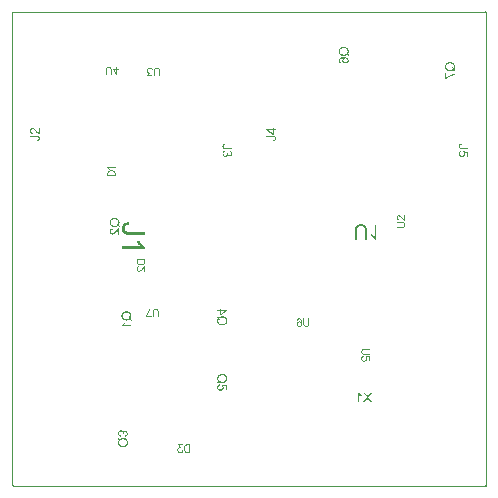
<source format=gm1>
%FSLAX24Y24*%
%MOIN*%
G70*
G01*
G75*
G04 Layer_Color=16776960*
%ADD10C,0.0098*%
%ADD11R,0.0354X0.0315*%
%ADD12C,0.0276*%
%ADD13R,0.0276X0.0394*%
%ADD14R,0.0236X0.0886*%
%ADD15R,0.0591X0.0295*%
%ADD16R,0.0295X0.0591*%
%ADD17R,0.0354X0.0315*%
%ADD18R,0.0492X0.0433*%
%ADD19R,0.0906X0.0906*%
%ADD20R,0.0315X0.0354*%
%ADD21R,0.0197X0.0236*%
%ADD22R,0.0236X0.0197*%
%ADD23R,0.0394X0.0276*%
%ADD24R,0.0315X0.0630*%
%ADD25R,0.0846X0.0335*%
%ADD26C,0.0335*%
%ADD27R,0.0335X0.0846*%
%ADD28R,0.0886X0.0236*%
%ADD29R,0.0299X0.0945*%
%ADD30C,0.0100*%
%ADD31C,0.0079*%
%ADD32C,0.0138*%
%ADD33C,0.0118*%
%ADD34O,0.0669X0.1181*%
%ADD35R,0.0380X0.0380*%
%ADD36C,0.0380*%
%ADD37C,0.0380*%
%ADD38R,0.0630X0.0315*%
%ADD39R,0.0906X0.0236*%
%ADD40R,0.0630X0.1063*%
%ADD41R,0.0358X0.0480*%
%ADD42R,0.0480X0.0358*%
%ADD43R,0.0118X0.0295*%
%ADD44R,0.2165X0.0827*%
%ADD45C,0.0236*%
%ADD46C,0.0394*%
%ADD47C,0.0039*%
%ADD48C,0.0063*%
%ADD49R,0.0433X0.0246*%
%ADD50R,0.0246X0.0433*%
%ADD51R,0.0434X0.0395*%
%ADD52C,0.0827*%
%ADD53R,0.0356X0.0474*%
%ADD54R,0.0316X0.0966*%
%ADD55R,0.0671X0.0375*%
%ADD56R,0.0375X0.0671*%
%ADD57R,0.0434X0.0395*%
%ADD58R,0.0572X0.0513*%
%ADD59R,0.0986X0.0986*%
%ADD60R,0.0395X0.0434*%
%ADD61R,0.0277X0.0316*%
%ADD62R,0.0316X0.0277*%
%ADD63R,0.0474X0.0356*%
%ADD64R,0.0395X0.0710*%
%ADD65R,0.0926X0.0415*%
%ADD66C,0.0415*%
%ADD67R,0.0415X0.0926*%
%ADD68R,0.0966X0.0316*%
%ADD69R,0.0379X0.1025*%
%ADD70O,0.0749X0.1261*%
%ADD71R,0.0460X0.0460*%
%ADD72C,0.0460*%
%ADD73R,0.0710X0.0395*%
%ADD74R,0.0986X0.0316*%
%ADD75R,0.0710X0.1143*%
%ADD76R,0.0438X0.0560*%
%ADD77R,0.0560X0.0438*%
%ADD78R,0.0150X0.0327*%
%ADD79R,0.2245X0.0907*%
%ADD80C,0.0150*%
%ADD81C,0.0050*%
%ADD82C,0.0030*%
G36*
X11046Y14260D02*
X11060Y14259D01*
X11073Y14258D01*
X11085Y14256D01*
X11096Y14253D01*
X11105Y14251D01*
X11114Y14248D01*
X11122Y14245D01*
X11129Y14243D01*
X11135Y14240D01*
X11140Y14237D01*
X11144Y14235D01*
X11146Y14233D01*
X11148Y14232D01*
X11150Y14231D01*
X11150Y14230D01*
X11157Y14224D01*
X11162Y14218D01*
X11167Y14211D01*
X11171Y14204D01*
X11175Y14197D01*
X11178Y14191D01*
X11180Y14184D01*
X11182Y14178D01*
X11184Y14172D01*
X11185Y14167D01*
X11185Y14162D01*
X11186Y14158D01*
Y14154D01*
X11186Y14151D01*
Y14150D01*
Y14150D01*
X11186Y14139D01*
X11185Y14130D01*
X11182Y14121D01*
X11180Y14113D01*
X11177Y14107D01*
X11175Y14102D01*
X11173Y14099D01*
X11173Y14098D01*
X11167Y14090D01*
X11161Y14083D01*
X11154Y14077D01*
X11148Y14071D01*
X11142Y14068D01*
X11138Y14065D01*
X11136Y14064D01*
X11134Y14063D01*
X11134Y14062D01*
X11133D01*
X11124Y14058D01*
X11114Y14054D01*
X11104Y14052D01*
X11096Y14050D01*
X11088Y14049D01*
X11085D01*
X11082Y14049D01*
X11077D01*
X11069Y14049D01*
X11061Y14050D01*
X11053Y14051D01*
X11046Y14053D01*
X11040Y14055D01*
X11033Y14058D01*
X11028Y14060D01*
X11022Y14063D01*
X11018Y14066D01*
X11014Y14068D01*
X11011Y14070D01*
X11008Y14072D01*
X11005Y14074D01*
X11004Y14076D01*
X11003Y14076D01*
X11002Y14077D01*
X10997Y14082D01*
X10993Y14088D01*
X10989Y14093D01*
X10985Y14099D01*
X10982Y14105D01*
X10981Y14110D01*
X10977Y14121D01*
X10975Y14130D01*
X10974Y14134D01*
X10974Y14137D01*
X10973Y14140D01*
Y14142D01*
Y14144D01*
Y14144D01*
X10974Y14152D01*
X10975Y14160D01*
X10977Y14168D01*
X10979Y14174D01*
X10981Y14179D01*
X10982Y14184D01*
X10983Y14186D01*
X10984Y14187D01*
X10988Y14194D01*
X10993Y14201D01*
X10999Y14207D01*
X11004Y14212D01*
X11009Y14216D01*
X11013Y14219D01*
X11015Y14221D01*
X11016Y14222D01*
X11007D01*
X10999Y14221D01*
X10991Y14221D01*
X10984Y14220D01*
X10978Y14219D01*
X10971Y14218D01*
X10966Y14217D01*
X10961Y14216D01*
X10957Y14215D01*
X10953Y14214D01*
X10949Y14213D01*
X10947Y14212D01*
X10945Y14212D01*
X10943Y14212D01*
X10942Y14211D01*
X10942D01*
X10933Y14207D01*
X10924Y14202D01*
X10918Y14197D01*
X10912Y14192D01*
X10908Y14188D01*
X10904Y14185D01*
X10902Y14183D01*
X10902Y14182D01*
X10899Y14176D01*
X10896Y14171D01*
X10894Y14165D01*
X10893Y14159D01*
X10892Y14155D01*
X10891Y14151D01*
Y14149D01*
Y14148D01*
X10892Y14140D01*
X10894Y14132D01*
X10897Y14125D01*
X10900Y14119D01*
X10903Y14115D01*
X10905Y14111D01*
X10907Y14109D01*
X10908Y14109D01*
X10913Y14105D01*
X10918Y14102D01*
X10929Y14097D01*
X10934Y14096D01*
X10938Y14094D01*
X10941Y14093D01*
X10941D01*
X10939Y14054D01*
X10925Y14057D01*
X10914Y14061D01*
X10904Y14066D01*
X10896Y14071D01*
X10889Y14076D01*
X10884Y14080D01*
X10881Y14083D01*
X10880Y14083D01*
Y14084D01*
X10877Y14089D01*
X10873Y14093D01*
X10868Y14104D01*
X10864Y14114D01*
X10861Y14124D01*
X10860Y14132D01*
X10860Y14136D01*
Y14139D01*
X10859Y14142D01*
Y14144D01*
Y14145D01*
Y14146D01*
X10860Y14155D01*
X10860Y14164D01*
X10862Y14172D01*
X10865Y14180D01*
X10868Y14187D01*
X10871Y14193D01*
X10874Y14200D01*
X10878Y14205D01*
X10881Y14210D01*
X10884Y14214D01*
X10887Y14218D01*
X10890Y14221D01*
X10893Y14224D01*
X10895Y14225D01*
X10896Y14226D01*
X10896Y14227D01*
X10904Y14232D01*
X10914Y14238D01*
X10924Y14242D01*
X10935Y14246D01*
X10946Y14250D01*
X10957Y14253D01*
X10968Y14255D01*
X10980Y14256D01*
X10990Y14258D01*
X11000Y14259D01*
X11008Y14260D01*
X11016Y14260D01*
X11022Y14261D01*
X11031D01*
X11046Y14260D01*
D02*
G37*
G36*
X6924Y5828D02*
X7131D01*
Y5796D01*
X6924Y5649D01*
X6888D01*
Y5788D01*
X6811D01*
Y5828D01*
X6888D01*
Y5871D01*
X6924D01*
Y5828D01*
D02*
G37*
G36*
X6819Y5618D02*
X6824Y5608D01*
X6829Y5598D01*
X6834Y5590D01*
X6838Y5583D01*
X6840Y5580D01*
X6842Y5577D01*
X6843Y5575D01*
X6844Y5574D01*
X6845Y5573D01*
Y5572D01*
X6854Y5581D01*
X6864Y5588D01*
X6873Y5595D01*
X6881Y5599D01*
X6889Y5603D01*
X6892Y5605D01*
X6894Y5606D01*
X6897Y5607D01*
X6898Y5608D01*
X6899Y5609D01*
X6900D01*
X6912Y5613D01*
X6924Y5616D01*
X6936Y5618D01*
X6947Y5619D01*
X6953Y5620D01*
X6957Y5620D01*
X6961D01*
X6964Y5621D01*
X6971D01*
X6989Y5620D01*
X7005Y5618D01*
X7019Y5615D01*
X7026Y5613D01*
X7032Y5612D01*
X7037Y5610D01*
X7042Y5608D01*
X7046Y5606D01*
X7050Y5605D01*
X7053Y5604D01*
X7055Y5603D01*
X7056Y5602D01*
X7056D01*
X7070Y5594D01*
X7082Y5586D01*
X7092Y5577D01*
X7100Y5568D01*
X7107Y5560D01*
X7110Y5557D01*
X7112Y5554D01*
X7114Y5551D01*
X7115Y5549D01*
X7116Y5548D01*
Y5548D01*
X7119Y5541D01*
X7123Y5534D01*
X7128Y5520D01*
X7132Y5507D01*
X7135Y5495D01*
X7135Y5489D01*
X7136Y5484D01*
X7137Y5479D01*
Y5475D01*
X7137Y5472D01*
Y5470D01*
Y5468D01*
Y5468D01*
X7136Y5452D01*
X7134Y5437D01*
X7131Y5424D01*
X7129Y5417D01*
X7127Y5412D01*
X7125Y5407D01*
X7123Y5402D01*
X7121Y5398D01*
X7120Y5395D01*
X7118Y5392D01*
X7117Y5390D01*
X7117Y5389D01*
X7117Y5389D01*
X7108Y5376D01*
X7098Y5365D01*
X7089Y5356D01*
X7079Y5348D01*
X7071Y5342D01*
X7067Y5339D01*
X7063Y5337D01*
X7061Y5336D01*
X7059Y5335D01*
X7057Y5334D01*
X7057D01*
X7042Y5328D01*
X7027Y5323D01*
X7013Y5320D01*
X6999Y5317D01*
X6994Y5316D01*
X6988Y5316D01*
X6983Y5315D01*
X6979D01*
X6976Y5315D01*
X6971D01*
X6954Y5316D01*
X6937Y5318D01*
X6923Y5321D01*
X6916Y5323D01*
X6910Y5325D01*
X6905Y5326D01*
X6900Y5328D01*
X6895Y5330D01*
X6892Y5331D01*
X6889Y5332D01*
X6887Y5333D01*
X6886Y5334D01*
X6885D01*
X6872Y5342D01*
X6860Y5351D01*
X6850Y5359D01*
X6841Y5368D01*
X6835Y5376D01*
X6832Y5379D01*
X6830Y5382D01*
X6829Y5385D01*
X6827Y5387D01*
X6827Y5388D01*
X6826Y5388D01*
X6819Y5402D01*
X6814Y5415D01*
X6811Y5429D01*
X6808Y5441D01*
X6808Y5446D01*
X6807Y5451D01*
X6806Y5456D01*
Y5459D01*
X6806Y5462D01*
Y5465D01*
Y5466D01*
Y5467D01*
X6807Y5482D01*
X6809Y5497D01*
X6812Y5511D01*
X6813Y5516D01*
X6815Y5522D01*
X6817Y5527D01*
X6819Y5532D01*
X6821Y5536D01*
X6822Y5539D01*
X6823Y5542D01*
X6824Y5544D01*
X6825Y5545D01*
Y5545D01*
X6816Y5558D01*
X6808Y5571D01*
X6801Y5582D01*
X6796Y5593D01*
X6794Y5598D01*
X6792Y5601D01*
X6790Y5605D01*
X6789Y5608D01*
X6788Y5611D01*
X6787Y5613D01*
X6787Y5614D01*
Y5614D01*
X6815Y5627D01*
X6819Y5618D01*
D02*
G37*
G36*
X11039Y14605D02*
X11055Y14603D01*
X11069Y14600D01*
X11076Y14598D01*
X11082Y14597D01*
X11087Y14595D01*
X11092Y14593D01*
X11097Y14592D01*
X11100Y14590D01*
X11103Y14589D01*
X11105Y14588D01*
X11106Y14587D01*
X11107D01*
X11121Y14579D01*
X11132Y14571D01*
X11143Y14562D01*
X11151Y14553D01*
X11157Y14545D01*
X11160Y14542D01*
X11162Y14539D01*
X11164Y14537D01*
X11165Y14535D01*
X11165Y14534D01*
X11166Y14533D01*
X11173Y14519D01*
X11178Y14506D01*
X11182Y14493D01*
X11184Y14480D01*
X11185Y14475D01*
X11185Y14470D01*
X11186Y14466D01*
Y14462D01*
X11186Y14459D01*
Y14456D01*
Y14455D01*
Y14455D01*
X11185Y14439D01*
X11184Y14424D01*
X11180Y14411D01*
X11179Y14405D01*
X11177Y14399D01*
X11175Y14394D01*
X11173Y14390D01*
X11171Y14386D01*
X11170Y14382D01*
X11169Y14379D01*
X11168Y14377D01*
X11167Y14376D01*
Y14376D01*
X11176Y14363D01*
X11184Y14351D01*
X11191Y14339D01*
X11196Y14329D01*
X11198Y14324D01*
X11200Y14320D01*
X11202Y14316D01*
X11203Y14313D01*
X11204Y14311D01*
X11205Y14309D01*
X11206Y14308D01*
Y14307D01*
X11177Y14294D01*
X11173Y14304D01*
X11168Y14313D01*
X11163Y14323D01*
X11158Y14331D01*
X11154Y14338D01*
X11152Y14341D01*
X11150Y14344D01*
X11149Y14346D01*
X11148Y14348D01*
X11147Y14349D01*
Y14349D01*
X11138Y14340D01*
X11128Y14333D01*
X11119Y14327D01*
X11111Y14322D01*
X11104Y14318D01*
X11100Y14316D01*
X11098Y14315D01*
X11095Y14314D01*
X11094Y14313D01*
X11093Y14313D01*
X11092D01*
X11080Y14309D01*
X11068Y14306D01*
X11056Y14303D01*
X11045Y14302D01*
X11040Y14301D01*
X11035Y14301D01*
X11031D01*
X11028Y14300D01*
X11021D01*
X11003Y14301D01*
X10987Y14303D01*
X10973Y14306D01*
X10966Y14308D01*
X10961Y14310D01*
X10955Y14312D01*
X10950Y14313D01*
X10946Y14315D01*
X10942Y14316D01*
X10940Y14317D01*
X10937Y14318D01*
X10936Y14319D01*
X10936D01*
X10922Y14327D01*
X10910Y14335D01*
X10900Y14345D01*
X10892Y14354D01*
X10885Y14361D01*
X10882Y14365D01*
X10880Y14368D01*
X10879Y14370D01*
X10878Y14372D01*
X10877Y14373D01*
Y14374D01*
X10873Y14380D01*
X10869Y14387D01*
X10864Y14401D01*
X10860Y14415D01*
X10858Y14427D01*
X10857Y14433D01*
X10856Y14437D01*
X10856Y14442D01*
Y14446D01*
X10855Y14449D01*
Y14452D01*
Y14453D01*
Y14454D01*
X10856Y14469D01*
X10859Y14484D01*
X10861Y14497D01*
X10863Y14504D01*
X10865Y14509D01*
X10867Y14515D01*
X10869Y14519D01*
X10871Y14523D01*
X10872Y14526D01*
X10874Y14529D01*
X10875Y14531D01*
X10875Y14532D01*
X10876Y14533D01*
X10884Y14545D01*
X10894Y14556D01*
X10903Y14565D01*
X10913Y14573D01*
X10921Y14579D01*
X10925Y14582D01*
X10929Y14584D01*
X10931Y14585D01*
X10933Y14586D01*
X10935Y14587D01*
X10935D01*
X10950Y14594D01*
X10965Y14598D01*
X10979Y14601D01*
X10993Y14604D01*
X10999Y14605D01*
X11004Y14605D01*
X11009Y14606D01*
X11013D01*
X11016Y14606D01*
X11021D01*
X11039Y14605D01*
D02*
G37*
G36*
X11623Y8688D02*
X11646Y8685D01*
X11656Y8683D01*
X11666Y8681D01*
X11675Y8678D01*
X11683Y8676D01*
X11689Y8673D01*
X11696Y8670D01*
X11702Y8668D01*
X11706Y8667D01*
X11709Y8664D01*
X11712Y8663D01*
X11713Y8662D01*
X11714D01*
X11729Y8650D01*
X11743Y8639D01*
X11754Y8627D01*
X11762Y8615D01*
X11769Y8604D01*
X11773Y8597D01*
X11775Y8594D01*
X11775Y8591D01*
X11776Y8590D01*
Y8589D01*
X11782Y8571D01*
X11786Y8551D01*
X11789Y8531D01*
X11792Y8512D01*
X11792Y8503D01*
X11793Y8494D01*
Y8488D01*
X11794Y8481D01*
Y8475D01*
Y8471D01*
Y8469D01*
Y8468D01*
Y8177D01*
X11727D01*
Y8468D01*
Y8485D01*
X11726Y8501D01*
X11724Y8515D01*
X11723Y8528D01*
X11720Y8541D01*
X11717Y8551D01*
X11714Y8560D01*
X11712Y8568D01*
X11709Y8575D01*
X11706Y8581D01*
X11703Y8586D01*
X11700Y8590D01*
X11699Y8593D01*
X11697Y8595D01*
X11696Y8596D01*
Y8597D01*
X11689Y8603D01*
X11682Y8607D01*
X11666Y8616D01*
X11649Y8621D01*
X11631Y8626D01*
X11616Y8628D01*
X11609Y8629D01*
X11603D01*
X11597Y8630D01*
X11590D01*
X11575Y8629D01*
X11561Y8627D01*
X11549Y8624D01*
X11538Y8621D01*
X11530Y8619D01*
X11524Y8616D01*
X11520Y8614D01*
X11518Y8614D01*
X11507Y8607D01*
X11499Y8599D01*
X11491Y8590D01*
X11486Y8583D01*
X11481Y8576D01*
X11478Y8571D01*
X11477Y8567D01*
X11476Y8565D01*
X11474Y8559D01*
X11472Y8552D01*
X11469Y8537D01*
X11468Y8521D01*
X11466Y8505D01*
X11465Y8491D01*
X11464Y8484D01*
Y8479D01*
Y8475D01*
Y8471D01*
Y8469D01*
Y8468D01*
Y8177D01*
X11398D01*
Y8468D01*
Y8483D01*
X11398Y8497D01*
X11399Y8510D01*
X11401Y8522D01*
X11402Y8533D01*
X11404Y8544D01*
X11405Y8553D01*
X11408Y8561D01*
X11409Y8569D01*
X11411Y8576D01*
X11412Y8582D01*
X11414Y8587D01*
X11415Y8590D01*
X11416Y8593D01*
X11417Y8594D01*
Y8595D01*
X11425Y8611D01*
X11435Y8626D01*
X11445Y8637D01*
X11456Y8647D01*
X11465Y8656D01*
X11474Y8661D01*
X11477Y8663D01*
X11478Y8664D01*
X11480Y8666D01*
X11481D01*
X11498Y8673D01*
X11518Y8680D01*
X11537Y8683D01*
X11556Y8686D01*
X11564Y8687D01*
X11572Y8688D01*
X11579Y8689D01*
X11585D01*
X11590Y8690D01*
X11597D01*
X11623Y8688D01*
D02*
G37*
G36*
X14582Y14094D02*
X14598Y14092D01*
X14613Y14089D01*
X14619Y14087D01*
X14625Y14085D01*
X14631Y14083D01*
X14636Y14081D01*
X14640Y14080D01*
X14643Y14078D01*
X14646Y14077D01*
X14648Y14076D01*
X14650Y14075D01*
X14650D01*
X14664Y14068D01*
X14676Y14059D01*
X14686Y14050D01*
X14694Y14041D01*
X14700Y14033D01*
X14703Y14030D01*
X14705Y14027D01*
X14707Y14025D01*
X14708Y14023D01*
X14709Y14022D01*
X14709Y14021D01*
X14716Y14008D01*
X14721Y13994D01*
X14725Y13981D01*
X14727Y13969D01*
X14728Y13963D01*
X14729Y13958D01*
X14729Y13954D01*
Y13950D01*
X14730Y13947D01*
Y13945D01*
Y13943D01*
Y13943D01*
X14729Y13927D01*
X14727Y13912D01*
X14723Y13899D01*
X14722Y13893D01*
X14720Y13887D01*
X14718Y13882D01*
X14717Y13878D01*
X14715Y13874D01*
X14713Y13871D01*
X14712Y13868D01*
X14711Y13866D01*
X14710Y13865D01*
Y13864D01*
X14720Y13851D01*
X14727Y13839D01*
X14734Y13827D01*
X14740Y13817D01*
X14741Y13812D01*
X14743Y13808D01*
X14745Y13804D01*
X14746Y13801D01*
X14747Y13799D01*
X14748Y13797D01*
X14749Y13796D01*
Y13795D01*
X14720Y13782D01*
X14716Y13792D01*
X14711Y13802D01*
X14706Y13811D01*
X14701Y13819D01*
X14697Y13827D01*
X14695Y13829D01*
X14694Y13832D01*
X14692Y13834D01*
X14691Y13836D01*
X14690Y13837D01*
Y13837D01*
X14681Y13829D01*
X14672Y13821D01*
X14662Y13815D01*
X14654Y13810D01*
X14647Y13806D01*
X14643Y13804D01*
X14641Y13803D01*
X14639Y13802D01*
X14637Y13801D01*
X14636Y13801D01*
X14636D01*
X14623Y13797D01*
X14611Y13794D01*
X14599Y13791D01*
X14588Y13790D01*
X14583Y13789D01*
X14578Y13789D01*
X14575D01*
X14571Y13789D01*
X14564D01*
X14547Y13789D01*
X14531Y13791D01*
X14517Y13794D01*
X14510Y13796D01*
X14504Y13798D01*
X14498Y13800D01*
X14493Y13802D01*
X14489Y13803D01*
X14486Y13805D01*
X14483Y13806D01*
X14480Y13807D01*
X14479Y13808D01*
X14479D01*
X14465Y13815D01*
X14454Y13824D01*
X14443Y13833D01*
X14435Y13842D01*
X14429Y13850D01*
X14426Y13853D01*
X14424Y13856D01*
X14422Y13858D01*
X14421Y13860D01*
X14420Y13861D01*
Y13862D01*
X14416Y13869D01*
X14413Y13875D01*
X14408Y13889D01*
X14404Y13903D01*
X14401Y13915D01*
X14400Y13921D01*
X14399Y13926D01*
X14399Y13931D01*
Y13934D01*
X14398Y13937D01*
Y13940D01*
Y13941D01*
Y13942D01*
X14399Y13957D01*
X14402Y13972D01*
X14405Y13986D01*
X14407Y13992D01*
X14409Y13997D01*
X14411Y14003D01*
X14413Y14007D01*
X14414Y14011D01*
X14416Y14014D01*
X14417Y14017D01*
X14418Y14019D01*
X14418Y14020D01*
X14419Y14021D01*
X14427Y14033D01*
X14437Y14044D01*
X14447Y14053D01*
X14456Y14061D01*
X14465Y14068D01*
X14469Y14070D01*
X14472Y14072D01*
X14475Y14073D01*
X14476Y14074D01*
X14478Y14075D01*
X14478D01*
X14493Y14082D01*
X14508Y14087D01*
X14522Y14090D01*
X14536Y14092D01*
X14542Y14093D01*
X14547Y14094D01*
X14552Y14094D01*
X14557D01*
X14559Y14094D01*
X14564D01*
X14582Y14094D01*
D02*
G37*
G36*
X14445Y13587D02*
X14459Y13599D01*
X14473Y13609D01*
X14487Y13619D01*
X14500Y13627D01*
X14507Y13631D01*
X14512Y13634D01*
X14517Y13637D01*
X14521Y13640D01*
X14525Y13642D01*
X14527Y13643D01*
X14529Y13644D01*
X14530Y13645D01*
X14548Y13654D01*
X14567Y13662D01*
X14584Y13669D01*
X14593Y13672D01*
X14600Y13675D01*
X14607Y13677D01*
X14614Y13679D01*
X14619Y13681D01*
X14624Y13683D01*
X14628Y13684D01*
X14631Y13685D01*
X14633Y13685D01*
X14633D01*
X14653Y13690D01*
X14661Y13692D01*
X14670Y13693D01*
X14678Y13695D01*
X14685Y13696D01*
X14693Y13697D01*
X14699Y13698D01*
X14704Y13698D01*
X14710Y13699D01*
X14714Y13699D01*
X14718D01*
X14721Y13700D01*
X14724D01*
Y13659D01*
X14707Y13658D01*
X14690Y13656D01*
X14676Y13653D01*
X14669Y13652D01*
X14662Y13651D01*
X14657Y13649D01*
X14652Y13648D01*
X14647Y13647D01*
X14643Y13647D01*
X14640Y13646D01*
X14639Y13645D01*
X14637Y13645D01*
X14637D01*
X14615Y13638D01*
X14595Y13630D01*
X14585Y13627D01*
X14576Y13623D01*
X14567Y13619D01*
X14559Y13615D01*
X14552Y13612D01*
X14545Y13608D01*
X14539Y13606D01*
X14535Y13603D01*
X14531Y13601D01*
X14528Y13600D01*
X14526Y13599D01*
X14525Y13598D01*
X14516Y13592D01*
X14506Y13587D01*
X14497Y13581D01*
X14489Y13576D01*
X14481Y13571D01*
X14474Y13565D01*
X14467Y13561D01*
X14461Y13556D01*
X14456Y13552D01*
X14452Y13548D01*
X14448Y13545D01*
X14444Y13543D01*
X14442Y13540D01*
X14440Y13539D01*
X14439Y13538D01*
X14438Y13537D01*
X14408D01*
Y13745D01*
X14445D01*
Y13587D01*
D02*
G37*
G36*
X3610Y1817D02*
X3620Y1815D01*
X3629Y1812D01*
X3636Y1809D01*
X3642Y1806D01*
X3646Y1803D01*
X3649Y1802D01*
X3650Y1801D01*
X3658Y1795D01*
X3664Y1787D01*
X3668Y1780D01*
X3672Y1773D01*
X3675Y1767D01*
X3676Y1762D01*
X3677Y1760D01*
Y1759D01*
X3678Y1758D01*
Y1757D01*
X3682Y1765D01*
X3686Y1772D01*
X3691Y1777D01*
X3695Y1782D01*
X3699Y1785D01*
X3702Y1788D01*
X3704Y1790D01*
X3705Y1790D01*
X3711Y1794D01*
X3718Y1797D01*
X3725Y1799D01*
X3730Y1800D01*
X3735Y1801D01*
X3739Y1802D01*
X3743D01*
X3751Y1801D01*
X3758Y1800D01*
X3765Y1798D01*
X3771Y1796D01*
X3776Y1794D01*
X3780Y1792D01*
X3783Y1790D01*
X3784Y1790D01*
X3790Y1785D01*
X3797Y1780D01*
X3802Y1774D01*
X3807Y1768D01*
X3810Y1763D01*
X3812Y1760D01*
X3814Y1757D01*
X3814Y1756D01*
Y1756D01*
X3818Y1747D01*
X3821Y1739D01*
X3823Y1731D01*
X3825Y1723D01*
X3826Y1717D01*
X3826Y1712D01*
Y1710D01*
Y1709D01*
Y1708D01*
Y1708D01*
Y1701D01*
X3825Y1694D01*
X3823Y1682D01*
X3819Y1671D01*
X3815Y1661D01*
X3811Y1654D01*
X3809Y1651D01*
X3807Y1649D01*
X3806Y1646D01*
X3805Y1645D01*
X3805Y1644D01*
X3804Y1644D01*
X3795Y1635D01*
X3786Y1628D01*
X3775Y1622D01*
X3765Y1619D01*
X3757Y1615D01*
X3753Y1614D01*
X3749Y1613D01*
X3747Y1613D01*
X3745Y1612D01*
X3744Y1612D01*
X3743D01*
X3736Y1651D01*
X3746Y1653D01*
X3755Y1656D01*
X3763Y1659D01*
X3768Y1662D01*
X3773Y1665D01*
X3777Y1668D01*
X3779Y1670D01*
X3779Y1670D01*
X3784Y1677D01*
X3787Y1683D01*
X3790Y1689D01*
X3792Y1696D01*
X3793Y1701D01*
X3794Y1705D01*
Y1708D01*
Y1708D01*
Y1709D01*
X3793Y1717D01*
X3791Y1724D01*
X3789Y1731D01*
X3786Y1736D01*
X3784Y1741D01*
X3782Y1744D01*
X3780Y1746D01*
X3779Y1746D01*
X3774Y1751D01*
X3767Y1755D01*
X3762Y1758D01*
X3756Y1759D01*
X3751Y1760D01*
X3747Y1761D01*
X3744D01*
X3734Y1760D01*
X3725Y1758D01*
X3719Y1755D01*
X3713Y1751D01*
X3709Y1747D01*
X3705Y1744D01*
X3704Y1742D01*
X3703Y1741D01*
X3699Y1733D01*
X3696Y1725D01*
X3693Y1718D01*
X3692Y1711D01*
X3691Y1704D01*
X3690Y1700D01*
Y1698D01*
Y1697D01*
Y1696D01*
Y1696D01*
Y1694D01*
X3691Y1692D01*
Y1690D01*
Y1689D01*
X3656Y1685D01*
X3658Y1691D01*
X3659Y1696D01*
X3659Y1701D01*
X3660Y1705D01*
X3660Y1708D01*
Y1711D01*
Y1712D01*
Y1713D01*
X3659Y1722D01*
X3657Y1731D01*
X3655Y1739D01*
X3651Y1745D01*
X3648Y1750D01*
X3645Y1754D01*
X3644Y1756D01*
X3643Y1757D01*
X3636Y1763D01*
X3628Y1767D01*
X3621Y1771D01*
X3614Y1773D01*
X3607Y1774D01*
X3603Y1775D01*
X3601Y1775D01*
X3598D01*
X3588Y1774D01*
X3579Y1772D01*
X3570Y1769D01*
X3563Y1766D01*
X3558Y1762D01*
X3554Y1759D01*
X3551Y1757D01*
X3550Y1756D01*
X3544Y1749D01*
X3539Y1741D01*
X3536Y1733D01*
X3534Y1725D01*
X3532Y1719D01*
X3532Y1714D01*
X3531Y1712D01*
Y1711D01*
Y1710D01*
Y1709D01*
X3532Y1701D01*
X3534Y1693D01*
X3536Y1686D01*
X3539Y1681D01*
X3542Y1676D01*
X3543Y1673D01*
X3545Y1671D01*
X3546Y1670D01*
X3552Y1664D01*
X3560Y1660D01*
X3568Y1656D01*
X3576Y1653D01*
X3583Y1650D01*
X3589Y1649D01*
X3591Y1648D01*
X3593D01*
X3594Y1647D01*
X3594D01*
X3589Y1608D01*
X3582Y1609D01*
X3575Y1610D01*
X3562Y1615D01*
X3551Y1620D01*
X3541Y1625D01*
X3537Y1628D01*
X3534Y1631D01*
X3531Y1633D01*
X3528Y1635D01*
X3526Y1637D01*
X3524Y1639D01*
X3524Y1639D01*
X3523Y1640D01*
X3519Y1645D01*
X3515Y1651D01*
X3512Y1656D01*
X3509Y1662D01*
X3504Y1674D01*
X3501Y1685D01*
X3501Y1690D01*
X3500Y1695D01*
X3500Y1699D01*
X3499Y1702D01*
X3499Y1705D01*
Y1707D01*
Y1709D01*
Y1709D01*
X3499Y1718D01*
X3500Y1726D01*
X3501Y1734D01*
X3503Y1741D01*
X3505Y1748D01*
X3508Y1754D01*
X3510Y1760D01*
X3513Y1765D01*
X3516Y1770D01*
X3518Y1774D01*
X3521Y1778D01*
X3523Y1781D01*
X3525Y1783D01*
X3526Y1785D01*
X3527Y1786D01*
X3527Y1786D01*
X3533Y1792D01*
X3539Y1797D01*
X3545Y1801D01*
X3551Y1804D01*
X3557Y1807D01*
X3563Y1810D01*
X3574Y1813D01*
X3579Y1815D01*
X3584Y1816D01*
X3588Y1816D01*
X3592Y1817D01*
X3595Y1817D01*
X3599D01*
X3610Y1817D01*
D02*
G37*
G36*
X3731Y5403D02*
X3728Y5396D01*
X3725Y5389D01*
X3721Y5382D01*
X3718Y5377D01*
X3716Y5373D01*
X3714Y5370D01*
X3713Y5369D01*
Y5369D01*
X3709Y5360D01*
X3703Y5353D01*
X3699Y5347D01*
X3694Y5341D01*
X3691Y5337D01*
X3689Y5334D01*
X3687Y5332D01*
X3686Y5331D01*
X3937D01*
Y5292D01*
X3615D01*
Y5317D01*
X3623Y5322D01*
X3631Y5327D01*
X3638Y5333D01*
X3645Y5339D01*
X3650Y5344D01*
X3654Y5349D01*
X3657Y5352D01*
X3658Y5352D01*
X3658Y5353D01*
X3666Y5362D01*
X3673Y5372D01*
X3680Y5381D01*
X3685Y5390D01*
X3690Y5398D01*
X3691Y5401D01*
X3693Y5404D01*
X3694Y5406D01*
X3695Y5408D01*
X3695Y5409D01*
Y5410D01*
X3734D01*
X3731Y5403D01*
D02*
G37*
G36*
X11535Y3070D02*
X11541Y3062D01*
X11546Y3055D01*
X11552Y3048D01*
X11558Y3043D01*
X11562Y3038D01*
X11565Y3036D01*
X11565Y3035D01*
X11566Y3035D01*
X11575Y3027D01*
X11585Y3019D01*
X11595Y3013D01*
X11603Y3008D01*
X11611Y3003D01*
X11615Y3002D01*
X11618Y3000D01*
X11620Y2999D01*
X11622Y2998D01*
X11623Y2997D01*
X11623D01*
Y2959D01*
X11616Y2962D01*
X11609Y2965D01*
X11602Y2968D01*
X11596Y2972D01*
X11590Y2975D01*
X11586Y2977D01*
X11583Y2979D01*
X11582Y2979D01*
X11582D01*
X11574Y2984D01*
X11566Y2990D01*
X11560Y2994D01*
X11555Y2998D01*
X11550Y3002D01*
X11547Y3004D01*
X11545Y3006D01*
X11544Y3007D01*
Y2756D01*
X11505D01*
Y3078D01*
X11531D01*
X11535Y3070D01*
D02*
G37*
G36*
X11845Y2922D02*
X11968Y2756D01*
X11918D01*
X11837Y2867D01*
X11835Y2870D01*
X11832Y2873D01*
X11827Y2880D01*
X11825Y2884D01*
X11823Y2887D01*
X11822Y2889D01*
X11821Y2890D01*
X11816Y2882D01*
X11812Y2876D01*
X11810Y2874D01*
X11809Y2872D01*
X11808Y2871D01*
X11808Y2870D01*
X11727Y2756D01*
X11675D01*
X11795Y2924D01*
X11684Y3077D01*
X11730D01*
X11794Y2991D01*
X11800Y2984D01*
X11805Y2977D01*
X11809Y2971D01*
X11812Y2966D01*
X11815Y2961D01*
X11818Y2958D01*
X11819Y2956D01*
X11820Y2955D01*
X11823Y2961D01*
X11826Y2967D01*
X11831Y2974D01*
X11835Y2980D01*
X11839Y2985D01*
X11842Y2990D01*
X11844Y2993D01*
X11845Y2994D01*
Y2994D01*
X11904Y3077D01*
X11954D01*
X11845Y2922D01*
D02*
G37*
G36*
X3795Y5786D02*
X3811Y5784D01*
X3825Y5782D01*
X3832Y5780D01*
X3838Y5778D01*
X3843Y5776D01*
X3848Y5774D01*
X3853Y5773D01*
X3856Y5771D01*
X3859Y5770D01*
X3861Y5769D01*
X3862Y5768D01*
X3863D01*
X3877Y5761D01*
X3888Y5752D01*
X3898Y5743D01*
X3907Y5734D01*
X3913Y5726D01*
X3916Y5723D01*
X3918Y5720D01*
X3919Y5718D01*
X3921Y5716D01*
X3921Y5715D01*
X3922Y5714D01*
X3929Y5701D01*
X3934Y5687D01*
X3938Y5674D01*
X3940Y5662D01*
X3940Y5656D01*
X3941Y5651D01*
X3942Y5647D01*
Y5643D01*
X3942Y5640D01*
Y5638D01*
Y5636D01*
Y5636D01*
X3941Y5620D01*
X3939Y5605D01*
X3936Y5592D01*
X3935Y5586D01*
X3933Y5580D01*
X3931Y5575D01*
X3929Y5571D01*
X3927Y5567D01*
X3926Y5563D01*
X3925Y5560D01*
X3924Y5559D01*
X3923Y5558D01*
Y5557D01*
X3932Y5544D01*
X3940Y5532D01*
X3947Y5520D01*
X3952Y5510D01*
X3954Y5505D01*
X3956Y5501D01*
X3958Y5497D01*
X3959Y5494D01*
X3960Y5492D01*
X3961Y5490D01*
X3961Y5489D01*
Y5488D01*
X3933Y5475D01*
X3929Y5485D01*
X3924Y5495D01*
X3919Y5504D01*
X3914Y5512D01*
X3910Y5519D01*
X3908Y5522D01*
X3906Y5525D01*
X3905Y5527D01*
X3904Y5529D01*
X3903Y5530D01*
Y5530D01*
X3894Y5521D01*
X3884Y5514D01*
X3875Y5508D01*
X3867Y5503D01*
X3859Y5499D01*
X3856Y5497D01*
X3854Y5496D01*
X3851Y5495D01*
X3850Y5494D01*
X3849Y5494D01*
X3848D01*
X3836Y5490D01*
X3824Y5487D01*
X3812Y5484D01*
X3801Y5483D01*
X3795Y5482D01*
X3791Y5482D01*
X3787D01*
X3784Y5481D01*
X3777D01*
X3759Y5482D01*
X3743Y5484D01*
X3729Y5487D01*
X3722Y5489D01*
X3716Y5491D01*
X3711Y5493D01*
X3706Y5495D01*
X3702Y5496D01*
X3698Y5498D01*
X3695Y5499D01*
X3693Y5499D01*
X3692Y5500D01*
X3692D01*
X3678Y5508D01*
X3666Y5517D01*
X3656Y5526D01*
X3648Y5535D01*
X3641Y5542D01*
X3638Y5546D01*
X3636Y5549D01*
X3634Y5551D01*
X3633Y5553D01*
X3632Y5554D01*
Y5555D01*
X3629Y5561D01*
X3625Y5568D01*
X3620Y5582D01*
X3616Y5596D01*
X3613Y5608D01*
X3613Y5614D01*
X3612Y5619D01*
X3612Y5623D01*
Y5627D01*
X3611Y5630D01*
Y5633D01*
Y5634D01*
Y5635D01*
X3612Y5650D01*
X3614Y5665D01*
X3617Y5679D01*
X3619Y5685D01*
X3621Y5690D01*
X3623Y5696D01*
X3625Y5700D01*
X3627Y5704D01*
X3628Y5707D01*
X3630Y5710D01*
X3631Y5712D01*
X3631Y5713D01*
X3632Y5714D01*
X3640Y5726D01*
X3650Y5737D01*
X3659Y5746D01*
X3669Y5754D01*
X3677Y5761D01*
X3681Y5763D01*
X3685Y5765D01*
X3687Y5766D01*
X3689Y5767D01*
X3691Y5768D01*
X3691D01*
X3706Y5775D01*
X3721Y5780D01*
X3735Y5783D01*
X3749Y5785D01*
X3754Y5786D01*
X3760Y5786D01*
X3765Y5787D01*
X3769D01*
X3772Y5787D01*
X3777D01*
X3795Y5786D01*
D02*
G37*
G36*
X3512Y1562D02*
X3517Y1553D01*
X3522Y1543D01*
X3527Y1535D01*
X3531Y1528D01*
X3533Y1525D01*
X3535Y1522D01*
X3536Y1520D01*
X3537Y1518D01*
X3538Y1518D01*
Y1517D01*
X3547Y1526D01*
X3557Y1533D01*
X3566Y1539D01*
X3574Y1544D01*
X3582Y1548D01*
X3585Y1550D01*
X3587Y1551D01*
X3590Y1552D01*
X3591Y1553D01*
X3592Y1554D01*
X3593D01*
X3605Y1558D01*
X3617Y1560D01*
X3629Y1563D01*
X3640Y1564D01*
X3645Y1565D01*
X3650Y1565D01*
X3654D01*
X3657Y1566D01*
X3664D01*
X3682Y1565D01*
X3698Y1563D01*
X3712Y1560D01*
X3719Y1558D01*
X3725Y1557D01*
X3730Y1555D01*
X3735Y1553D01*
X3739Y1551D01*
X3743Y1550D01*
X3746Y1549D01*
X3748Y1548D01*
X3749Y1547D01*
X3749D01*
X3763Y1539D01*
X3775Y1531D01*
X3785Y1521D01*
X3793Y1513D01*
X3800Y1505D01*
X3803Y1501D01*
X3805Y1498D01*
X3807Y1496D01*
X3807Y1494D01*
X3808Y1493D01*
Y1493D01*
X3812Y1486D01*
X3816Y1479D01*
X3821Y1465D01*
X3825Y1452D01*
X3827Y1439D01*
X3828Y1434D01*
X3829Y1429D01*
X3829Y1424D01*
Y1420D01*
X3830Y1417D01*
Y1415D01*
Y1413D01*
Y1413D01*
X3829Y1397D01*
X3827Y1382D01*
X3824Y1369D01*
X3822Y1362D01*
X3820Y1357D01*
X3818Y1352D01*
X3816Y1347D01*
X3814Y1343D01*
X3813Y1340D01*
X3811Y1337D01*
X3810Y1335D01*
X3810Y1334D01*
X3809Y1334D01*
X3801Y1321D01*
X3791Y1310D01*
X3782Y1301D01*
X3772Y1293D01*
X3764Y1287D01*
X3760Y1284D01*
X3756Y1282D01*
X3754Y1281D01*
X3752Y1280D01*
X3750Y1279D01*
X3750D01*
X3735Y1273D01*
X3720Y1268D01*
X3706Y1265D01*
X3692Y1262D01*
X3686Y1261D01*
X3681Y1261D01*
X3676Y1260D01*
X3672D01*
X3669Y1260D01*
X3664D01*
X3646Y1261D01*
X3630Y1263D01*
X3616Y1266D01*
X3609Y1268D01*
X3603Y1270D01*
X3598Y1271D01*
X3593Y1273D01*
X3588Y1274D01*
X3585Y1276D01*
X3582Y1277D01*
X3580Y1278D01*
X3579Y1279D01*
X3578D01*
X3564Y1287D01*
X3553Y1295D01*
X3542Y1304D01*
X3534Y1313D01*
X3528Y1321D01*
X3525Y1324D01*
X3523Y1327D01*
X3522Y1330D01*
X3520Y1332D01*
X3520Y1333D01*
X3519Y1333D01*
X3512Y1347D01*
X3507Y1360D01*
X3503Y1374D01*
X3501Y1386D01*
X3501Y1391D01*
X3500Y1396D01*
X3499Y1400D01*
Y1404D01*
X3499Y1407D01*
Y1410D01*
Y1411D01*
Y1412D01*
X3500Y1427D01*
X3501Y1442D01*
X3505Y1456D01*
X3506Y1461D01*
X3508Y1467D01*
X3510Y1472D01*
X3512Y1477D01*
X3514Y1480D01*
X3515Y1484D01*
X3516Y1487D01*
X3517Y1489D01*
X3518Y1490D01*
Y1490D01*
X3509Y1503D01*
X3501Y1516D01*
X3494Y1527D01*
X3489Y1538D01*
X3487Y1542D01*
X3485Y1546D01*
X3483Y1550D01*
X3482Y1553D01*
X3481Y1556D01*
X3480Y1558D01*
X3480Y1558D01*
Y1559D01*
X3508Y1572D01*
X3512Y1562D01*
D02*
G37*
G36*
X3401Y8897D02*
X3417Y8895D01*
X3432Y8892D01*
X3438Y8890D01*
X3444Y8888D01*
X3450Y8886D01*
X3454Y8884D01*
X3459Y8883D01*
X3462Y8882D01*
X3465Y8881D01*
X3467Y8880D01*
X3469Y8879D01*
X3469D01*
X3483Y8871D01*
X3495Y8862D01*
X3505Y8853D01*
X3513Y8844D01*
X3519Y8837D01*
X3522Y8833D01*
X3524Y8830D01*
X3526Y8828D01*
X3527Y8826D01*
X3528Y8825D01*
X3528Y8824D01*
X3535Y8811D01*
X3540Y8797D01*
X3544Y8784D01*
X3546Y8772D01*
X3547Y8766D01*
X3548Y8761D01*
X3548Y8757D01*
Y8753D01*
X3549Y8750D01*
Y8748D01*
Y8746D01*
Y8746D01*
X3548Y8730D01*
X3546Y8716D01*
X3542Y8702D01*
X3541Y8696D01*
X3539Y8690D01*
X3537Y8685D01*
X3535Y8681D01*
X3534Y8677D01*
X3532Y8674D01*
X3531Y8671D01*
X3530Y8669D01*
X3529Y8668D01*
Y8667D01*
X3538Y8655D01*
X3546Y8642D01*
X3553Y8630D01*
X3558Y8620D01*
X3560Y8615D01*
X3562Y8611D01*
X3564Y8607D01*
X3565Y8604D01*
X3566Y8602D01*
X3567Y8600D01*
X3568Y8599D01*
Y8598D01*
X3539Y8585D01*
X3535Y8595D01*
X3530Y8605D01*
X3525Y8614D01*
X3520Y8622D01*
X3516Y8630D01*
X3514Y8633D01*
X3513Y8636D01*
X3511Y8638D01*
X3510Y8639D01*
X3509Y8640D01*
Y8640D01*
X3500Y8632D01*
X3491Y8624D01*
X3481Y8618D01*
X3473Y8613D01*
X3466Y8609D01*
X3462Y8607D01*
X3460Y8606D01*
X3457Y8605D01*
X3456Y8604D01*
X3455Y8604D01*
X3454D01*
X3442Y8600D01*
X3430Y8597D01*
X3418Y8595D01*
X3407Y8593D01*
X3402Y8593D01*
X3397Y8592D01*
X3393D01*
X3390Y8592D01*
X3383D01*
X3366Y8593D01*
X3350Y8595D01*
X3335Y8598D01*
X3329Y8599D01*
X3323Y8601D01*
X3317Y8603D01*
X3312Y8605D01*
X3308Y8606D01*
X3305Y8608D01*
X3302Y8609D01*
X3299Y8610D01*
X3298Y8611D01*
X3298D01*
X3284Y8619D01*
X3272Y8627D01*
X3262Y8636D01*
X3254Y8645D01*
X3248Y8653D01*
X3245Y8656D01*
X3243Y8659D01*
X3241Y8661D01*
X3240Y8663D01*
X3239Y8664D01*
Y8665D01*
X3235Y8672D01*
X3231Y8679D01*
X3227Y8692D01*
X3223Y8706D01*
X3220Y8718D01*
X3219Y8724D01*
X3218Y8729D01*
X3218Y8734D01*
Y8738D01*
X3217Y8741D01*
Y8743D01*
Y8744D01*
Y8745D01*
X3218Y8761D01*
X3221Y8776D01*
X3224Y8789D01*
X3226Y8795D01*
X3228Y8801D01*
X3230Y8806D01*
X3231Y8810D01*
X3233Y8814D01*
X3234Y8818D01*
X3236Y8821D01*
X3237Y8822D01*
X3237Y8823D01*
X3238Y8824D01*
X3246Y8837D01*
X3256Y8847D01*
X3266Y8857D01*
X3275Y8864D01*
X3284Y8871D01*
X3288Y8873D01*
X3291Y8875D01*
X3293Y8877D01*
X3295Y8878D01*
X3297Y8879D01*
X3297D01*
X3312Y8885D01*
X3327Y8890D01*
X3341Y8893D01*
X3355Y8895D01*
X3361Y8896D01*
X3366Y8897D01*
X3371Y8897D01*
X3375D01*
X3378Y8898D01*
X3383D01*
X3401Y8897D01*
D02*
G37*
G36*
X3543Y8343D02*
X3506D01*
Y8501D01*
X3498Y8496D01*
X3492Y8490D01*
X3489Y8488D01*
X3487Y8486D01*
X3485Y8485D01*
X3485Y8484D01*
X3482Y8482D01*
X3480Y8479D01*
X3474Y8473D01*
X3467Y8465D01*
X3460Y8458D01*
X3454Y8451D01*
X3449Y8445D01*
X3447Y8442D01*
X3446Y8440D01*
X3445Y8439D01*
X3444Y8439D01*
X3437Y8431D01*
X3432Y8424D01*
X3426Y8417D01*
X3420Y8412D01*
X3415Y8406D01*
X3411Y8401D01*
X3406Y8396D01*
X3402Y8393D01*
X3399Y8389D01*
X3396Y8386D01*
X3392Y8382D01*
X3389Y8379D01*
X3388Y8378D01*
X3380Y8372D01*
X3373Y8366D01*
X3366Y8362D01*
X3360Y8358D01*
X3355Y8355D01*
X3352Y8354D01*
X3350Y8353D01*
X3349Y8352D01*
X3342Y8349D01*
X3335Y8347D01*
X3329Y8346D01*
X3323Y8345D01*
X3318Y8344D01*
X3314Y8344D01*
X3311D01*
X3304Y8344D01*
X3297Y8345D01*
X3285Y8348D01*
X3274Y8353D01*
X3265Y8357D01*
X3257Y8362D01*
X3254Y8365D01*
X3251Y8367D01*
X3250Y8369D01*
X3248Y8370D01*
X3248Y8371D01*
X3247Y8371D01*
X3243Y8376D01*
X3238Y8382D01*
X3235Y8388D01*
X3232Y8394D01*
X3228Y8406D01*
X3225Y8418D01*
X3223Y8423D01*
X3223Y8428D01*
X3222Y8433D01*
X3222Y8436D01*
X3221Y8440D01*
Y8442D01*
Y8444D01*
Y8444D01*
X3222Y8453D01*
X3222Y8460D01*
X3225Y8475D01*
X3227Y8481D01*
X3229Y8488D01*
X3231Y8493D01*
X3233Y8498D01*
X3235Y8502D01*
X3237Y8506D01*
X3240Y8510D01*
X3241Y8513D01*
X3243Y8515D01*
X3244Y8516D01*
X3245Y8517D01*
X3245Y8517D01*
X3250Y8522D01*
X3255Y8526D01*
X3266Y8534D01*
X3277Y8539D01*
X3289Y8543D01*
X3298Y8546D01*
X3303Y8546D01*
X3307Y8547D01*
X3310Y8548D01*
X3312Y8548D01*
X3314D01*
X3318Y8508D01*
X3308Y8507D01*
X3298Y8505D01*
X3291Y8502D01*
X3284Y8499D01*
X3278Y8496D01*
X3274Y8493D01*
X3272Y8491D01*
X3271Y8491D01*
X3266Y8484D01*
X3261Y8476D01*
X3258Y8469D01*
X3256Y8461D01*
X3255Y8455D01*
X3254Y8450D01*
X3254Y8448D01*
Y8447D01*
Y8446D01*
Y8445D01*
X3254Y8436D01*
X3256Y8427D01*
X3259Y8419D01*
X3262Y8413D01*
X3265Y8408D01*
X3268Y8404D01*
X3270Y8402D01*
X3270Y8401D01*
X3276Y8395D01*
X3283Y8392D01*
X3290Y8389D01*
X3296Y8386D01*
X3301Y8385D01*
X3306Y8385D01*
X3309Y8384D01*
X3310D01*
X3318Y8385D01*
X3327Y8387D01*
X3334Y8390D01*
X3342Y8394D01*
X3348Y8397D01*
X3353Y8400D01*
X3355Y8401D01*
X3356Y8402D01*
X3357Y8403D01*
X3357D01*
X3362Y8407D01*
X3368Y8411D01*
X3373Y8416D01*
X3378Y8422D01*
X3390Y8434D01*
X3401Y8445D01*
X3410Y8456D01*
X3414Y8461D01*
X3418Y8465D01*
X3421Y8469D01*
X3423Y8471D01*
X3425Y8473D01*
X3425Y8474D01*
X3435Y8485D01*
X3445Y8496D01*
X3453Y8505D01*
X3460Y8512D01*
X3466Y8518D01*
X3470Y8522D01*
X3473Y8524D01*
X3474Y8525D01*
X3474D01*
X3482Y8532D01*
X3489Y8537D01*
X3496Y8541D01*
X3503Y8545D01*
X3509Y8548D01*
X3513Y8550D01*
X3515Y8551D01*
X3516Y8551D01*
X3516D01*
X3521Y8553D01*
X3526Y8554D01*
X3531Y8555D01*
X3535Y8555D01*
X3538Y8556D01*
X3543D01*
Y8343D01*
D02*
G37*
G36*
X8670Y11638D02*
X8674D01*
X8682Y11638D01*
X8693Y11636D01*
X8703Y11635D01*
X8713Y11632D01*
X8722Y11629D01*
X8723Y11628D01*
X8725Y11627D01*
X8729Y11624D01*
X8734Y11622D01*
X8740Y11617D01*
X8745Y11612D01*
X8751Y11605D01*
X8756Y11598D01*
X8756Y11597D01*
X8758Y11594D01*
X8759Y11589D01*
X8761Y11584D01*
X8763Y11576D01*
X8765Y11568D01*
X8766Y11558D01*
X8767Y11548D01*
Y11547D01*
Y11546D01*
Y11544D01*
X8766Y11541D01*
X8766Y11538D01*
X8765Y11533D01*
X8764Y11524D01*
X8761Y11514D01*
X8757Y11503D01*
X8754Y11498D01*
X8751Y11493D01*
X8747Y11488D01*
X8743Y11483D01*
X8742D01*
X8742Y11482D01*
X8740Y11482D01*
X8738Y11480D01*
X8736Y11478D01*
X8733Y11477D01*
X8729Y11474D01*
X8725Y11472D01*
X8720Y11470D01*
X8715Y11468D01*
X8709Y11466D01*
X8702Y11465D01*
X8695Y11463D01*
X8687Y11462D01*
X8679Y11462D01*
X8671D01*
X8665Y11500D01*
X8669D01*
X8671Y11501D01*
X8674D01*
X8677Y11501D01*
X8685Y11502D01*
X8694Y11504D01*
X8702Y11506D01*
X8710Y11510D01*
X8713Y11512D01*
X8716Y11514D01*
X8717Y11514D01*
X8718Y11516D01*
X8720Y11519D01*
X8722Y11523D01*
X8725Y11527D01*
X8727Y11533D01*
X8729Y11540D01*
X8729Y11548D01*
Y11548D01*
Y11551D01*
X8729Y11554D01*
X8728Y11557D01*
X8727Y11562D01*
X8726Y11566D01*
X8724Y11571D01*
X8722Y11575D01*
X8721Y11576D01*
X8720Y11577D01*
X8719Y11579D01*
X8717Y11582D01*
X8714Y11584D01*
X8711Y11587D01*
X8707Y11589D01*
X8702Y11591D01*
X8702D01*
X8700Y11592D01*
X8697Y11593D01*
X8693Y11594D01*
X8687Y11595D01*
X8680Y11595D01*
X8672Y11596D01*
X8441D01*
Y11639D01*
X8666D01*
X8670Y11638D01*
D02*
G37*
G36*
X8685Y11857D02*
X8761D01*
Y11818D01*
X8685D01*
Y11679D01*
X8649D01*
X8441Y11825D01*
Y11857D01*
X8649D01*
Y11901D01*
X8685D01*
Y11857D01*
D02*
G37*
G36*
X7077Y11103D02*
X7076D01*
X7075Y11102D01*
X7073D01*
X7072Y11101D01*
X7066Y11100D01*
X7058Y11097D01*
X7051Y11094D01*
X7042Y11091D01*
X7035Y11086D01*
X7029Y11080D01*
X7028Y11079D01*
X7026Y11077D01*
X7024Y11074D01*
X7021Y11069D01*
X7019Y11064D01*
X7016Y11057D01*
X7014Y11049D01*
X7014Y11041D01*
Y11040D01*
Y11039D01*
Y11038D01*
X7014Y11036D01*
X7015Y11031D01*
X7016Y11025D01*
X7019Y11017D01*
X7022Y11009D01*
X7027Y11001D01*
X7033Y10994D01*
X7034Y10993D01*
X7036Y10991D01*
X7040Y10988D01*
X7046Y10984D01*
X7053Y10981D01*
X7061Y10978D01*
X7071Y10976D01*
X7081Y10975D01*
X7083D01*
X7085Y10975D01*
X7090Y10976D01*
X7096Y10977D01*
X7103Y10979D01*
X7111Y10983D01*
X7118Y10987D01*
X7125Y10993D01*
X7126Y10994D01*
X7128Y10996D01*
X7131Y11000D01*
X7134Y11005D01*
X7137Y11012D01*
X7140Y11019D01*
X7142Y11028D01*
X7143Y11037D01*
Y11038D01*
Y11039D01*
Y11042D01*
X7142Y11045D01*
X7142Y11049D01*
X7141Y11054D01*
X7140Y11059D01*
X7139Y11065D01*
X7174Y11061D01*
Y11060D01*
Y11058D01*
X7173Y11056D01*
Y11054D01*
Y11054D01*
Y11053D01*
Y11052D01*
Y11050D01*
X7174Y11046D01*
X7174Y11039D01*
X7176Y11033D01*
X7178Y11025D01*
X7181Y11017D01*
X7186Y11010D01*
X7186Y11009D01*
X7188Y11006D01*
X7192Y11003D01*
X7196Y10999D01*
X7201Y10995D01*
X7208Y10992D01*
X7216Y10990D01*
X7226Y10989D01*
X7230D01*
X7234Y10990D01*
X7239Y10991D01*
X7244Y10992D01*
X7250Y10995D01*
X7256Y10999D01*
X7262Y11004D01*
X7262Y11004D01*
X7264Y11006D01*
X7267Y11010D01*
X7269Y11014D01*
X7272Y11019D01*
X7274Y11026D01*
X7276Y11033D01*
X7276Y11041D01*
Y11042D01*
Y11042D01*
Y11045D01*
X7276Y11050D01*
X7275Y11054D01*
X7273Y11061D01*
X7270Y11067D01*
X7267Y11073D01*
X7262Y11080D01*
X7261Y11080D01*
X7259Y11082D01*
X7256Y11085D01*
X7251Y11088D01*
X7245Y11091D01*
X7238Y11094D01*
X7229Y11097D01*
X7219Y11099D01*
X7226Y11138D01*
X7226D01*
X7228Y11138D01*
X7230Y11137D01*
X7232Y11137D01*
X7235Y11136D01*
X7239Y11135D01*
X7248Y11132D01*
X7258Y11128D01*
X7268Y11122D01*
X7278Y11115D01*
X7287Y11106D01*
X7287Y11106D01*
X7288Y11105D01*
X7289Y11104D01*
X7290Y11101D01*
X7292Y11099D01*
X7294Y11096D01*
X7298Y11089D01*
X7302Y11079D01*
X7305Y11068D01*
X7308Y11056D01*
X7309Y11049D01*
Y11042D01*
Y11042D01*
Y11041D01*
Y11040D01*
Y11038D01*
X7308Y11033D01*
X7307Y11027D01*
X7306Y11019D01*
X7304Y11011D01*
X7301Y11003D01*
X7297Y10994D01*
Y10994D01*
X7296Y10993D01*
X7295Y10991D01*
X7293Y10987D01*
X7289Y10982D01*
X7285Y10976D01*
X7279Y10971D01*
X7273Y10965D01*
X7266Y10960D01*
X7265Y10960D01*
X7263Y10958D01*
X7259Y10956D01*
X7254Y10954D01*
X7248Y10952D01*
X7241Y10951D01*
X7234Y10949D01*
X7225Y10949D01*
X7222D01*
X7218Y10949D01*
X7213Y10950D01*
X7207Y10951D01*
X7201Y10953D01*
X7194Y10956D01*
X7188Y10960D01*
X7187Y10960D01*
X7185Y10962D01*
X7182Y10965D01*
X7178Y10968D01*
X7174Y10973D01*
X7169Y10978D01*
X7164Y10985D01*
X7160Y10993D01*
Y10992D01*
X7160Y10992D01*
Y10990D01*
X7159Y10988D01*
X7157Y10983D01*
X7154Y10977D01*
X7151Y10970D01*
X7146Y10963D01*
X7140Y10955D01*
X7133Y10949D01*
X7132Y10949D01*
X7129Y10947D01*
X7125Y10944D01*
X7119Y10941D01*
X7112Y10938D01*
X7103Y10935D01*
X7093Y10933D01*
X7081Y10933D01*
X7077D01*
X7074Y10933D01*
X7071Y10934D01*
X7067Y10934D01*
X7062Y10935D01*
X7057Y10937D01*
X7046Y10940D01*
X7039Y10943D01*
X7033Y10946D01*
X7028Y10950D01*
X7022Y10953D01*
X7016Y10958D01*
X7010Y10964D01*
X7010Y10964D01*
X7009Y10965D01*
X7008Y10967D01*
X7006Y10969D01*
X7003Y10972D01*
X7001Y10976D01*
X6998Y10980D01*
X6996Y10985D01*
X6993Y10990D01*
X6991Y10996D01*
X6988Y11002D01*
X6986Y11009D01*
X6984Y11016D01*
X6983Y11024D01*
X6982Y11033D01*
X6981Y11041D01*
Y11041D01*
Y11043D01*
Y11045D01*
X6982Y11048D01*
X6982Y11052D01*
X6983Y11055D01*
X6983Y11060D01*
X6984Y11065D01*
X6987Y11076D01*
X6992Y11088D01*
X6994Y11094D01*
X6998Y11099D01*
X7002Y11105D01*
X7006Y11111D01*
X7007Y11111D01*
X7007Y11112D01*
X7009Y11113D01*
X7011Y11115D01*
X7013Y11117D01*
X7016Y11119D01*
X7020Y11122D01*
X7024Y11125D01*
X7033Y11131D01*
X7045Y11135D01*
X7057Y11140D01*
X7064Y11141D01*
X7072Y11142D01*
X7077Y11103D01*
D02*
G37*
G36*
X7083Y11335D02*
X7079D01*
X7077Y11334D01*
X7074D01*
X7071Y11334D01*
X7063Y11332D01*
X7054Y11331D01*
X7046Y11328D01*
X7038Y11325D01*
X7035Y11323D01*
X7032Y11321D01*
X7032Y11320D01*
X7030Y11318D01*
X7028Y11316D01*
X7026Y11312D01*
X7023Y11307D01*
X7021Y11301D01*
X7019Y11295D01*
X7019Y11287D01*
Y11286D01*
Y11284D01*
X7019Y11281D01*
X7020Y11277D01*
X7021Y11273D01*
X7022Y11268D01*
X7024Y11264D01*
X7026Y11259D01*
X7027Y11259D01*
X7028Y11257D01*
X7029Y11256D01*
X7032Y11253D01*
X7034Y11250D01*
X7037Y11248D01*
X7041Y11245D01*
X7046Y11243D01*
X7046D01*
X7048Y11242D01*
X7051Y11242D01*
X7055Y11241D01*
X7061Y11240D01*
X7068Y11239D01*
X7076Y11238D01*
X7307D01*
Y11196D01*
X7082D01*
X7078Y11196D01*
X7074D01*
X7066Y11197D01*
X7055Y11198D01*
X7045Y11200D01*
X7035Y11202D01*
X7026Y11206D01*
X7025Y11206D01*
X7023Y11208D01*
X7019Y11210D01*
X7014Y11213D01*
X7008Y11217D01*
X7003Y11223D01*
X6997Y11230D01*
X6992Y11237D01*
X6992Y11238D01*
X6991Y11241D01*
X6989Y11245D01*
X6987Y11251D01*
X6985Y11258D01*
X6983Y11267D01*
X6982Y11277D01*
X6981Y11287D01*
Y11287D01*
Y11289D01*
Y11291D01*
X6982Y11294D01*
X6982Y11297D01*
X6983Y11301D01*
X6984Y11311D01*
X6987Y11321D01*
X6991Y11332D01*
X6994Y11337D01*
X6997Y11342D01*
X7001Y11347D01*
X7005Y11351D01*
X7006D01*
X7006Y11352D01*
X7008Y11353D01*
X7010Y11355D01*
X7012Y11357D01*
X7015Y11358D01*
X7019Y11360D01*
X7023Y11362D01*
X7028Y11364D01*
X7033Y11366D01*
X7039Y11368D01*
X7046Y11370D01*
X7053Y11371D01*
X7061Y11372D01*
X7069Y11373D01*
X7077D01*
X7083Y11335D01*
D02*
G37*
G36*
X4212Y8142D02*
X4214Y8140D01*
X4216Y8135D01*
X4219Y8130D01*
X4223Y8123D01*
X4226Y8115D01*
X4237Y8097D01*
X4249Y8076D01*
X4264Y8053D01*
X4282Y8030D01*
X4300Y8008D01*
X4301Y8007D01*
X4302Y8006D01*
X4309Y7999D01*
X4320Y7988D01*
X4332Y7976D01*
X4349Y7962D01*
X4366Y7948D01*
X4384Y7935D01*
X4403Y7925D01*
Y7864D01*
X3642D01*
Y7957D01*
X4234D01*
X4233Y7959D01*
X4229Y7963D01*
X4223Y7971D01*
X4215Y7982D01*
X4204Y7994D01*
X4194Y8009D01*
X4181Y8027D01*
X4170Y8046D01*
Y8047D01*
X4169Y8048D01*
X4164Y8055D01*
X4158Y8066D01*
X4151Y8078D01*
X4143Y8093D01*
X4136Y8110D01*
X4128Y8127D01*
X4121Y8143D01*
X4212D01*
Y8142D01*
D02*
G37*
G36*
X3869Y8668D02*
X3861D01*
X3855Y8666D01*
X3848D01*
X3840Y8665D01*
X3822Y8662D01*
X3801Y8658D01*
X3781Y8653D01*
X3764Y8645D01*
X3756Y8640D01*
X3749Y8635D01*
X3748Y8634D01*
X3744Y8630D01*
X3739Y8624D01*
X3734Y8615D01*
X3728Y8603D01*
X3722Y8589D01*
X3719Y8573D01*
X3718Y8555D01*
Y8553D01*
Y8548D01*
X3719Y8541D01*
X3720Y8533D01*
X3722Y8522D01*
X3725Y8511D01*
X3729Y8500D01*
X3735Y8490D01*
X3736Y8489D01*
X3739Y8485D01*
X3742Y8481D01*
X3748Y8475D01*
X3754Y8468D01*
X3762Y8462D01*
X3771Y8457D01*
X3781Y8452D01*
X3782D01*
X3787Y8450D01*
X3794Y8449D01*
X3804Y8446D01*
X3818Y8444D01*
X3834Y8443D01*
X3854Y8440D01*
X4399D01*
Y8340D01*
X3867D01*
X3859Y8341D01*
X3849D01*
X3829Y8342D01*
X3804Y8346D01*
X3780Y8349D01*
X3756Y8355D01*
X3735Y8363D01*
X3733Y8364D01*
X3727Y8368D01*
X3718Y8374D01*
X3706Y8381D01*
X3692Y8391D01*
X3680Y8404D01*
X3667Y8420D01*
X3656Y8437D01*
X3654Y8439D01*
X3651Y8446D01*
X3647Y8457D01*
X3643Y8470D01*
X3637Y8488D01*
X3634Y8507D01*
X3630Y8530D01*
X3629Y8555D01*
Y8556D01*
Y8559D01*
Y8564D01*
X3630Y8571D01*
X3631Y8579D01*
X3633Y8589D01*
X3636Y8611D01*
X3643Y8635D01*
X3653Y8661D01*
X3659Y8673D01*
X3667Y8685D01*
X3675Y8696D01*
X3686Y8707D01*
X3687D01*
X3688Y8709D01*
X3691Y8711D01*
X3696Y8715D01*
X3703Y8719D01*
X3710Y8723D01*
X3719Y8729D01*
X3728Y8733D01*
X3740Y8738D01*
X3752Y8743D01*
X3766Y8747D01*
X3782Y8751D01*
X3799Y8754D01*
X3817Y8756D01*
X3835Y8758D01*
X3856D01*
X3869Y8668D01*
D02*
G37*
G36*
X6898Y3312D02*
X6896D01*
X6895Y3311D01*
X6893Y3311D01*
X6888Y3309D01*
X6881Y3307D01*
X6873Y3305D01*
X6866Y3301D01*
X6859Y3297D01*
X6852Y3291D01*
X6852Y3290D01*
X6850Y3288D01*
X6848Y3285D01*
X6845Y3280D01*
X6843Y3274D01*
X6840Y3267D01*
X6838Y3259D01*
X6838Y3251D01*
Y3250D01*
Y3249D01*
Y3248D01*
X6838Y3246D01*
X6839Y3241D01*
X6840Y3234D01*
X6843Y3226D01*
X6847Y3218D01*
X6852Y3210D01*
X6855Y3206D01*
X6859Y3203D01*
X6859D01*
X6860Y3202D01*
X6863Y3200D01*
X6868Y3196D01*
X6874Y3193D01*
X6882Y3189D01*
X6892Y3186D01*
X6903Y3184D01*
X6916Y3183D01*
X6919D01*
X6921Y3184D01*
X6924D01*
X6928Y3184D01*
X6935Y3185D01*
X6944Y3187D01*
X6953Y3191D01*
X6961Y3196D01*
X6969Y3202D01*
X6970Y3203D01*
X6972Y3205D01*
X6975Y3209D01*
X6979Y3215D01*
X6982Y3222D01*
X6986Y3231D01*
X6988Y3241D01*
X6989Y3251D01*
Y3252D01*
Y3255D01*
X6988Y3258D01*
X6988Y3263D01*
X6986Y3268D01*
X6985Y3274D01*
X6982Y3280D01*
X6979Y3286D01*
X6979Y3286D01*
X6978Y3288D01*
X6976Y3291D01*
X6974Y3295D01*
X6970Y3298D01*
X6966Y3302D01*
X6962Y3306D01*
X6957Y3309D01*
X6962Y3347D01*
X7127Y3315D01*
Y3156D01*
X7089D01*
Y3284D01*
X7003Y3302D01*
X7003Y3301D01*
X7004Y3300D01*
X7005Y3299D01*
X7006Y3297D01*
X7008Y3294D01*
X7009Y3291D01*
X7013Y3283D01*
X7017Y3274D01*
X7020Y3264D01*
X7022Y3253D01*
X7023Y3241D01*
Y3241D01*
Y3239D01*
Y3237D01*
X7023Y3234D01*
X7022Y3230D01*
X7022Y3226D01*
X7021Y3222D01*
X7020Y3217D01*
X7016Y3205D01*
X7014Y3200D01*
X7011Y3194D01*
X7008Y3187D01*
X7004Y3182D01*
X6999Y3176D01*
X6994Y3170D01*
X6994Y3170D01*
X6993Y3169D01*
X6991Y3167D01*
X6989Y3166D01*
X6986Y3164D01*
X6982Y3161D01*
X6978Y3159D01*
X6974Y3156D01*
X6969Y3153D01*
X6963Y3150D01*
X6957Y3148D01*
X6951Y3145D01*
X6943Y3144D01*
X6936Y3143D01*
X6928Y3142D01*
X6919Y3141D01*
X6915D01*
X6912Y3142D01*
X6908Y3142D01*
X6904Y3143D01*
X6899Y3143D01*
X6894Y3144D01*
X6882Y3147D01*
X6870Y3152D01*
X6863Y3155D01*
X6856Y3158D01*
X6850Y3162D01*
X6844Y3166D01*
X6844Y3167D01*
X6843Y3168D01*
X6841Y3170D01*
X6838Y3172D01*
X6835Y3175D01*
X6832Y3179D01*
X6829Y3184D01*
X6825Y3189D01*
X6821Y3194D01*
X6818Y3201D01*
X6814Y3208D01*
X6812Y3215D01*
X6809Y3224D01*
X6807Y3232D01*
X6806Y3241D01*
X6806Y3251D01*
Y3251D01*
Y3253D01*
Y3255D01*
X6806Y3258D01*
X6807Y3262D01*
X6807Y3266D01*
X6808Y3271D01*
X6809Y3276D01*
X6812Y3287D01*
X6816Y3299D01*
X6819Y3305D01*
X6822Y3311D01*
X6826Y3317D01*
X6830Y3322D01*
X6831Y3323D01*
X6831Y3323D01*
X6833Y3325D01*
X6834Y3326D01*
X6837Y3328D01*
X6840Y3331D01*
X6843Y3333D01*
X6847Y3336D01*
X6856Y3342D01*
X6868Y3347D01*
X6880Y3351D01*
X6888Y3352D01*
X6895Y3353D01*
X6898Y3312D01*
D02*
G37*
G36*
X6979Y3700D02*
X6983D01*
X6988Y3700D01*
X6994Y3699D01*
X6999Y3698D01*
X7013Y3696D01*
X7027Y3693D01*
X7042Y3688D01*
X7057Y3682D01*
X7057D01*
X7059Y3681D01*
X7061Y3680D01*
X7063Y3678D01*
X7067Y3676D01*
X7071Y3674D01*
X7079Y3668D01*
X7089Y3660D01*
X7098Y3651D01*
X7108Y3640D01*
X7117Y3627D01*
X7117Y3627D01*
X7117Y3626D01*
X7118Y3624D01*
X7120Y3621D01*
X7121Y3617D01*
X7123Y3613D01*
X7125Y3609D01*
X7127Y3604D01*
X7129Y3598D01*
X7131Y3592D01*
X7134Y3579D01*
X7136Y3564D01*
X7137Y3548D01*
Y3548D01*
Y3546D01*
Y3544D01*
X7137Y3541D01*
Y3537D01*
X7136Y3532D01*
X7135Y3527D01*
X7135Y3521D01*
X7132Y3509D01*
X7128Y3495D01*
X7123Y3482D01*
X7119Y3475D01*
X7116Y3468D01*
Y3468D01*
X7115Y3467D01*
X7114Y3465D01*
X7112Y3462D01*
X7110Y3459D01*
X7107Y3456D01*
X7100Y3448D01*
X7092Y3439D01*
X7082Y3430D01*
X7070Y3422D01*
X7056Y3414D01*
X7056D01*
X7055Y3413D01*
X7053Y3412D01*
X7050Y3411D01*
X7046Y3409D01*
X7042Y3408D01*
X7037Y3406D01*
X7032Y3404D01*
X7026Y3403D01*
X7019Y3401D01*
X7005Y3398D01*
X6989Y3396D01*
X6971Y3395D01*
X6964D01*
X6961Y3395D01*
X6957D01*
X6953Y3396D01*
X6947Y3396D01*
X6936Y3398D01*
X6924Y3400D01*
X6912Y3403D01*
X6900Y3407D01*
X6899D01*
X6898Y3408D01*
X6897Y3408D01*
X6894Y3409D01*
X6892Y3410D01*
X6889Y3412D01*
X6881Y3416D01*
X6873Y3421D01*
X6864Y3428D01*
X6854Y3435D01*
X6845Y3444D01*
Y3443D01*
X6844Y3442D01*
X6843Y3441D01*
X6842Y3439D01*
X6840Y3436D01*
X6838Y3433D01*
X6834Y3426D01*
X6829Y3417D01*
X6824Y3408D01*
X6819Y3398D01*
X6815Y3388D01*
X6787Y3402D01*
Y3402D01*
X6787Y3403D01*
X6788Y3405D01*
X6789Y3408D01*
X6790Y3410D01*
X6792Y3414D01*
X6794Y3418D01*
X6796Y3423D01*
X6801Y3433D01*
X6808Y3445D01*
X6816Y3458D01*
X6825Y3470D01*
Y3471D01*
X6824Y3472D01*
X6823Y3474D01*
X6822Y3477D01*
X6821Y3480D01*
X6819Y3484D01*
X6817Y3489D01*
X6815Y3493D01*
X6813Y3499D01*
X6812Y3505D01*
X6809Y3519D01*
X6807Y3533D01*
X6806Y3549D01*
Y3550D01*
Y3551D01*
Y3553D01*
X6806Y3556D01*
Y3560D01*
X6807Y3565D01*
X6808Y3570D01*
X6808Y3575D01*
X6811Y3587D01*
X6814Y3600D01*
X6819Y3614D01*
X6826Y3628D01*
X6827Y3628D01*
X6827Y3629D01*
X6829Y3631D01*
X6830Y3633D01*
X6832Y3636D01*
X6835Y3640D01*
X6841Y3648D01*
X6850Y3656D01*
X6860Y3665D01*
X6872Y3674D01*
X6885Y3682D01*
X6886D01*
X6887Y3683D01*
X6889Y3684D01*
X6892Y3685D01*
X6895Y3686D01*
X6900Y3688D01*
X6905Y3690D01*
X6910Y3691D01*
X6916Y3693D01*
X6923Y3695D01*
X6937Y3698D01*
X6954Y3700D01*
X6971Y3701D01*
X6976D01*
X6979Y3700D01*
D02*
G37*
G36*
X796Y11638D02*
X800D01*
X808Y11638D01*
X819Y11636D01*
X829Y11635D01*
X839Y11632D01*
X848Y11629D01*
X849Y11628D01*
X851Y11627D01*
X855Y11624D01*
X860Y11622D01*
X866Y11617D01*
X871Y11612D01*
X877Y11605D01*
X882Y11598D01*
X882Y11597D01*
X883Y11594D01*
X885Y11589D01*
X887Y11584D01*
X889Y11576D01*
X891Y11568D01*
X892Y11558D01*
X893Y11548D01*
Y11547D01*
Y11546D01*
Y11544D01*
X892Y11541D01*
X892Y11538D01*
X891Y11533D01*
X890Y11524D01*
X887Y11514D01*
X883Y11503D01*
X880Y11498D01*
X877Y11493D01*
X873Y11488D01*
X869Y11483D01*
X868D01*
X868Y11482D01*
X866Y11482D01*
X864Y11480D01*
X862Y11478D01*
X859Y11477D01*
X855Y11474D01*
X851Y11472D01*
X846Y11470D01*
X841Y11468D01*
X835Y11466D01*
X828Y11465D01*
X821Y11463D01*
X813Y11462D01*
X805Y11462D01*
X797D01*
X791Y11500D01*
X795D01*
X797Y11501D01*
X800D01*
X803Y11501D01*
X811Y11502D01*
X820Y11504D01*
X828Y11506D01*
X836Y11510D01*
X839Y11512D01*
X842Y11514D01*
X843Y11514D01*
X844Y11516D01*
X846Y11519D01*
X848Y11523D01*
X851Y11527D01*
X853Y11533D01*
X855Y11540D01*
X855Y11548D01*
Y11548D01*
Y11551D01*
X855Y11554D01*
X854Y11557D01*
X853Y11562D01*
X852Y11566D01*
X850Y11571D01*
X848Y11575D01*
X847Y11576D01*
X846Y11577D01*
X845Y11579D01*
X843Y11582D01*
X840Y11584D01*
X837Y11587D01*
X833Y11589D01*
X828Y11591D01*
X828D01*
X826Y11592D01*
X823Y11593D01*
X819Y11594D01*
X813Y11595D01*
X806Y11595D01*
X798Y11596D01*
X567D01*
Y11639D01*
X792D01*
X796Y11638D01*
D02*
G37*
G36*
X14947Y11101D02*
X14946D01*
X14945Y11101D01*
X14943Y11100D01*
X14937Y11099D01*
X14930Y11097D01*
X14923Y11094D01*
X14916Y11091D01*
X14908Y11086D01*
X14902Y11080D01*
X14902Y11079D01*
X14900Y11077D01*
X14898Y11074D01*
X14895Y11069D01*
X14892Y11063D01*
X14890Y11056D01*
X14888Y11049D01*
X14887Y11040D01*
Y11040D01*
Y11039D01*
Y11037D01*
X14888Y11035D01*
X14888Y11030D01*
X14890Y11023D01*
X14893Y11016D01*
X14896Y11008D01*
X14902Y11000D01*
X14905Y10996D01*
X14908Y10992D01*
X14909D01*
X14909Y10991D01*
X14912Y10989D01*
X14917Y10986D01*
X14924Y10982D01*
X14932Y10979D01*
X14942Y10975D01*
X14953Y10973D01*
X14966Y10972D01*
X14969D01*
X14971Y10973D01*
X14974D01*
X14977Y10973D01*
X14985Y10975D01*
X14993Y10977D01*
X15002Y10980D01*
X15011Y10985D01*
X15019Y10992D01*
X15020Y10992D01*
X15022Y10995D01*
X15025Y10999D01*
X15029Y11005D01*
X15032Y11012D01*
X15035Y11020D01*
X15037Y11030D01*
X15038Y11041D01*
Y11042D01*
Y11044D01*
X15038Y11048D01*
X15037Y11053D01*
X15036Y11058D01*
X15034Y11064D01*
X15032Y11070D01*
X15029Y11075D01*
X15029Y11076D01*
X15028Y11078D01*
X15026Y11081D01*
X15023Y11084D01*
X15020Y11088D01*
X15016Y11092D01*
X15011Y11095D01*
X15007Y11099D01*
X15012Y11136D01*
X15176Y11105D01*
Y10946D01*
X15139D01*
Y11073D01*
X15052Y11091D01*
X15053Y11091D01*
X15053Y11090D01*
X15054Y11088D01*
X15056Y11086D01*
X15057Y11083D01*
X15059Y11080D01*
X15063Y11073D01*
X15067Y11064D01*
X15069Y11053D01*
X15072Y11042D01*
X15073Y11031D01*
Y11030D01*
Y11029D01*
Y11027D01*
X15072Y11024D01*
X15072Y11020D01*
X15071Y11016D01*
X15070Y11011D01*
X15069Y11006D01*
X15066Y10995D01*
X15064Y10989D01*
X15061Y10983D01*
X15057Y10977D01*
X15053Y10971D01*
X15049Y10965D01*
X15044Y10960D01*
X15043Y10959D01*
X15042Y10958D01*
X15041Y10957D01*
X15038Y10955D01*
X15035Y10953D01*
X15032Y10951D01*
X15028Y10948D01*
X15024Y10945D01*
X15018Y10942D01*
X15013Y10940D01*
X15007Y10937D01*
X15000Y10935D01*
X14993Y10933D01*
X14986Y10932D01*
X14977Y10931D01*
X14969Y10931D01*
X14965D01*
X14962Y10931D01*
X14958Y10931D01*
X14953Y10932D01*
X14948Y10932D01*
X14943Y10933D01*
X14931Y10937D01*
X14919Y10941D01*
X14912Y10944D01*
X14906Y10948D01*
X14900Y10951D01*
X14894Y10956D01*
X14893Y10956D01*
X14892Y10957D01*
X14890Y10959D01*
X14888Y10962D01*
X14885Y10965D01*
X14882Y10969D01*
X14878Y10973D01*
X14875Y10978D01*
X14871Y10984D01*
X14867Y10990D01*
X14864Y10997D01*
X14861Y11005D01*
X14859Y11013D01*
X14857Y11021D01*
X14856Y11031D01*
X14855Y11040D01*
Y11041D01*
Y11042D01*
Y11045D01*
X14856Y11048D01*
X14856Y11051D01*
X14857Y11055D01*
X14857Y11060D01*
X14858Y11066D01*
X14861Y11077D01*
X14866Y11089D01*
X14868Y11094D01*
X14872Y11100D01*
X14875Y11106D01*
X14880Y11112D01*
X14880Y11112D01*
X14881Y11113D01*
X14882Y11114D01*
X14884Y11116D01*
X14886Y11118D01*
X14889Y11120D01*
X14893Y11123D01*
X14897Y11126D01*
X14906Y11131D01*
X14917Y11136D01*
X14930Y11140D01*
X14937Y11142D01*
X14945Y11143D01*
X14947Y11101D01*
D02*
G37*
G36*
X14957Y11335D02*
X14953D01*
X14951Y11334D01*
X14948D01*
X14945Y11334D01*
X14937Y11332D01*
X14928Y11331D01*
X14920Y11328D01*
X14912Y11325D01*
X14909Y11323D01*
X14906Y11321D01*
X14906Y11320D01*
X14904Y11318D01*
X14902Y11316D01*
X14900Y11312D01*
X14897Y11307D01*
X14895Y11301D01*
X14893Y11295D01*
X14893Y11287D01*
Y11286D01*
Y11284D01*
X14893Y11281D01*
X14894Y11277D01*
X14895Y11273D01*
X14896Y11268D01*
X14898Y11264D01*
X14900Y11259D01*
X14901Y11259D01*
X14902Y11257D01*
X14903Y11256D01*
X14906Y11253D01*
X14908Y11250D01*
X14911Y11248D01*
X14915Y11245D01*
X14920Y11243D01*
X14920D01*
X14922Y11242D01*
X14925Y11242D01*
X14929Y11241D01*
X14935Y11240D01*
X14942Y11239D01*
X14950Y11238D01*
X15181D01*
Y11196D01*
X14956D01*
X14952Y11196D01*
X14948D01*
X14940Y11197D01*
X14929Y11198D01*
X14919Y11200D01*
X14909Y11202D01*
X14900Y11206D01*
X14899Y11206D01*
X14897Y11208D01*
X14893Y11210D01*
X14888Y11213D01*
X14882Y11217D01*
X14877Y11223D01*
X14871Y11230D01*
X14866Y11237D01*
X14866Y11238D01*
X14865Y11241D01*
X14863Y11245D01*
X14861Y11251D01*
X14859Y11258D01*
X14857Y11267D01*
X14856Y11277D01*
X14855Y11287D01*
Y11287D01*
Y11289D01*
Y11291D01*
X14856Y11294D01*
X14856Y11297D01*
X14857Y11301D01*
X14858Y11311D01*
X14861Y11321D01*
X14866Y11332D01*
X14868Y11337D01*
X14871Y11342D01*
X14875Y11347D01*
X14879Y11351D01*
X14880D01*
X14880Y11352D01*
X14882Y11353D01*
X14884Y11355D01*
X14886Y11357D01*
X14889Y11358D01*
X14893Y11360D01*
X14897Y11362D01*
X14902Y11364D01*
X14907Y11366D01*
X14913Y11368D01*
X14920Y11370D01*
X14927Y11371D01*
X14935Y11372D01*
X14943Y11373D01*
X14951D01*
X14957Y11335D01*
D02*
G37*
G36*
X12113Y8174D02*
X12073D01*
X12066Y8187D01*
X12057Y8199D01*
X12048Y8210D01*
X12039Y8221D01*
X12030Y8230D01*
X12024Y8236D01*
X12019Y8241D01*
X12018Y8242D01*
X12017Y8243D01*
X12003Y8255D01*
X11987Y8266D01*
X11972Y8276D01*
X11958Y8285D01*
X11946Y8292D01*
X11941Y8294D01*
X11936Y8296D01*
X11933Y8299D01*
X11930Y8300D01*
X11928Y8301D01*
X11928D01*
Y8362D01*
X11938Y8357D01*
X11950Y8352D01*
X11961Y8347D01*
X11971Y8342D01*
X11979Y8337D01*
X11986Y8333D01*
X11991Y8330D01*
X11991Y8329D01*
X11992D01*
X12005Y8322D01*
X12017Y8313D01*
X12027Y8306D01*
X12035Y8299D01*
X12042Y8294D01*
X12047Y8290D01*
X12050Y8287D01*
X12051Y8286D01*
Y8681D01*
X12113D01*
Y8174D01*
D02*
G37*
G36*
X887Y11686D02*
X882D01*
X879Y11687D01*
X875Y11687D01*
X870Y11688D01*
X865Y11689D01*
X861Y11691D01*
X860D01*
X860Y11691D01*
X857Y11692D01*
X853Y11694D01*
X847Y11697D01*
X841Y11701D01*
X833Y11706D01*
X826Y11710D01*
X818Y11717D01*
X818D01*
X817Y11718D01*
X814Y11720D01*
X810Y11724D01*
X804Y11730D01*
X797Y11737D01*
X789Y11746D01*
X780Y11757D01*
X769Y11768D01*
X769Y11769D01*
X767Y11771D01*
X765Y11773D01*
X762Y11777D01*
X759Y11781D01*
X754Y11786D01*
X745Y11797D01*
X734Y11808D01*
X722Y11820D01*
X717Y11826D01*
X712Y11831D01*
X706Y11835D01*
X701Y11839D01*
X701D01*
X701Y11840D01*
X699Y11841D01*
X697Y11842D01*
X692Y11845D01*
X686Y11848D01*
X679Y11852D01*
X671Y11855D01*
X662Y11857D01*
X654Y11858D01*
X653D01*
X650Y11857D01*
X645Y11857D01*
X640Y11856D01*
X634Y11853D01*
X627Y11850D01*
X620Y11847D01*
X614Y11841D01*
X614Y11840D01*
X612Y11838D01*
X609Y11834D01*
X606Y11829D01*
X603Y11823D01*
X600Y11815D01*
X599Y11807D01*
X598Y11797D01*
Y11796D01*
Y11795D01*
Y11794D01*
X599Y11792D01*
X599Y11787D01*
X600Y11781D01*
X602Y11773D01*
X605Y11766D01*
X610Y11758D01*
X616Y11751D01*
X617Y11751D01*
X619Y11749D01*
X622Y11746D01*
X628Y11743D01*
X635Y11740D01*
X642Y11737D01*
X652Y11735D01*
X662Y11734D01*
X658Y11694D01*
X656D01*
X654Y11694D01*
X651Y11695D01*
X647Y11696D01*
X642Y11696D01*
X633Y11699D01*
X621Y11703D01*
X610Y11708D01*
X599Y11716D01*
X594Y11720D01*
X589Y11725D01*
X589Y11725D01*
X588Y11726D01*
X587Y11727D01*
X585Y11729D01*
X584Y11732D01*
X581Y11736D01*
X579Y11740D01*
X577Y11744D01*
X575Y11749D01*
X573Y11754D01*
X571Y11761D01*
X569Y11767D01*
X566Y11782D01*
X566Y11789D01*
X565Y11798D01*
Y11798D01*
Y11800D01*
Y11802D01*
X566Y11806D01*
X566Y11809D01*
X567Y11814D01*
X567Y11819D01*
X569Y11824D01*
X572Y11836D01*
X576Y11848D01*
X579Y11854D01*
X582Y11860D01*
X587Y11866D01*
X591Y11871D01*
X592Y11871D01*
X592Y11872D01*
X594Y11873D01*
X596Y11875D01*
X599Y11877D01*
X601Y11880D01*
X609Y11885D01*
X618Y11889D01*
X629Y11894D01*
X641Y11897D01*
X648Y11898D01*
X655Y11898D01*
X658D01*
X662Y11898D01*
X667Y11897D01*
X673Y11896D01*
X679Y11895D01*
X686Y11893D01*
X693Y11890D01*
X694Y11889D01*
X696Y11889D01*
X700Y11887D01*
X704Y11884D01*
X710Y11880D01*
X717Y11876D01*
X724Y11870D01*
X732Y11864D01*
X733Y11863D01*
X736Y11860D01*
X740Y11856D01*
X743Y11853D01*
X746Y11849D01*
X750Y11846D01*
X755Y11841D01*
X759Y11836D01*
X764Y11830D01*
X770Y11825D01*
X776Y11818D01*
X782Y11811D01*
X788Y11803D01*
X789Y11803D01*
X790Y11802D01*
X791Y11800D01*
X793Y11797D01*
X798Y11791D01*
X804Y11784D01*
X811Y11777D01*
X818Y11769D01*
X824Y11763D01*
X826Y11760D01*
X829Y11758D01*
X829Y11757D01*
X831Y11756D01*
X833Y11754D01*
X836Y11752D01*
X842Y11746D01*
X850Y11741D01*
Y11899D01*
X887D01*
Y11686D01*
D02*
G37*
%LPC*%
G36*
X3783Y5743D02*
X3777D01*
X3765Y5743D01*
X3754Y5742D01*
X3744Y5741D01*
X3734Y5739D01*
X3726Y5736D01*
X3718Y5734D01*
X3711Y5731D01*
X3704Y5728D01*
X3699Y5725D01*
X3694Y5723D01*
X3690Y5720D01*
X3686Y5718D01*
X3684Y5716D01*
X3682Y5714D01*
X3681Y5713D01*
X3680Y5713D01*
X3674Y5707D01*
X3670Y5701D01*
X3665Y5694D01*
X3661Y5687D01*
X3658Y5681D01*
X3655Y5674D01*
X3652Y5662D01*
X3651Y5656D01*
X3650Y5651D01*
X3649Y5646D01*
X3648Y5642D01*
X3648Y5639D01*
Y5636D01*
Y5635D01*
Y5634D01*
X3648Y5622D01*
X3650Y5612D01*
X3652Y5602D01*
X3655Y5594D01*
X3659Y5587D01*
X3661Y5581D01*
X3662Y5580D01*
X3663Y5578D01*
X3664Y5578D01*
Y5577D01*
X3670Y5568D01*
X3677Y5560D01*
X3685Y5554D01*
X3693Y5548D01*
X3699Y5544D01*
X3704Y5541D01*
X3706Y5540D01*
X3708Y5539D01*
X3709Y5539D01*
X3709D01*
X3720Y5534D01*
X3732Y5531D01*
X3743Y5529D01*
X3754Y5527D01*
X3763Y5526D01*
X3767D01*
X3771Y5525D01*
X3777D01*
X3789Y5526D01*
X3801Y5527D01*
X3812Y5529D01*
X3822Y5531D01*
X3831Y5534D01*
X3839Y5537D01*
X3847Y5540D01*
X3854Y5544D01*
X3860Y5548D01*
X3865Y5551D01*
X3869Y5554D01*
X3873Y5557D01*
X3876Y5560D01*
X3878Y5561D01*
X3879Y5562D01*
X3879Y5563D01*
X3872Y5572D01*
X3866Y5582D01*
X3861Y5592D01*
X3856Y5601D01*
X3853Y5610D01*
X3852Y5614D01*
X3851Y5617D01*
X3850Y5620D01*
X3849Y5621D01*
X3849Y5622D01*
Y5623D01*
X3879Y5633D01*
X3882Y5625D01*
X3885Y5618D01*
X3888Y5610D01*
X3891Y5604D01*
X3894Y5599D01*
X3896Y5595D01*
X3897Y5593D01*
X3898Y5592D01*
X3901Y5599D01*
X3903Y5607D01*
X3904Y5614D01*
X3905Y5621D01*
X3906Y5626D01*
X3906Y5630D01*
Y5633D01*
Y5634D01*
Y5634D01*
X3906Y5643D01*
X3905Y5651D01*
X3903Y5659D01*
X3901Y5666D01*
X3898Y5674D01*
X3896Y5680D01*
X3893Y5686D01*
X3890Y5691D01*
X3887Y5696D01*
X3883Y5701D01*
X3881Y5704D01*
X3878Y5707D01*
X3876Y5710D01*
X3875Y5711D01*
X3874Y5712D01*
X3873Y5713D01*
X3867Y5718D01*
X3859Y5723D01*
X3852Y5727D01*
X3844Y5730D01*
X3836Y5733D01*
X3828Y5736D01*
X3813Y5740D01*
X3805Y5741D01*
X3798Y5742D01*
X3793Y5743D01*
X3787Y5743D01*
X3783Y5743D01*
D02*
G37*
G36*
X14570Y14051D02*
X14564D01*
X14553Y14050D01*
X14542Y14049D01*
X14532Y14048D01*
X14522Y14046D01*
X14514Y14043D01*
X14505Y14041D01*
X14498Y14038D01*
X14492Y14035D01*
X14486Y14033D01*
X14481Y14030D01*
X14477Y14027D01*
X14474Y14025D01*
X14471Y14023D01*
X14469Y14021D01*
X14468Y14020D01*
X14468Y14020D01*
X14462Y14014D01*
X14457Y14008D01*
X14453Y14001D01*
X14449Y13994D01*
X14446Y13988D01*
X14443Y13981D01*
X14439Y13969D01*
X14438Y13963D01*
X14437Y13958D01*
X14436Y13953D01*
X14436Y13949D01*
X14435Y13946D01*
Y13943D01*
Y13942D01*
Y13941D01*
X14436Y13930D01*
X14437Y13919D01*
X14440Y13909D01*
X14443Y13901D01*
X14446Y13894D01*
X14449Y13889D01*
X14450Y13887D01*
X14451Y13885D01*
X14451Y13885D01*
Y13884D01*
X14457Y13875D01*
X14465Y13868D01*
X14473Y13861D01*
X14480Y13855D01*
X14486Y13851D01*
X14492Y13848D01*
X14494Y13847D01*
X14495Y13846D01*
X14496Y13846D01*
X14497D01*
X14508Y13841D01*
X14519Y13838D01*
X14531Y13836D01*
X14541Y13834D01*
X14551Y13833D01*
X14555D01*
X14558Y13832D01*
X14564D01*
X14577Y13833D01*
X14588Y13834D01*
X14599Y13836D01*
X14609Y13838D01*
X14619Y13841D01*
X14627Y13844D01*
X14635Y13848D01*
X14641Y13851D01*
X14647Y13855D01*
X14652Y13858D01*
X14657Y13861D01*
X14660Y13864D01*
X14663Y13867D01*
X14665Y13869D01*
X14666Y13870D01*
X14667Y13870D01*
X14660Y13879D01*
X14653Y13889D01*
X14648Y13899D01*
X14644Y13909D01*
X14640Y13917D01*
X14639Y13921D01*
X14638Y13924D01*
X14637Y13927D01*
X14637Y13929D01*
X14636Y13930D01*
Y13930D01*
X14667Y13940D01*
X14669Y13932D01*
X14672Y13925D01*
X14675Y13917D01*
X14678Y13911D01*
X14681Y13906D01*
X14683Y13902D01*
X14685Y13900D01*
X14685Y13899D01*
X14688Y13906D01*
X14690Y13914D01*
X14692Y13921D01*
X14693Y13928D01*
X14693Y13933D01*
X14694Y13937D01*
Y13940D01*
Y13941D01*
Y13941D01*
X14693Y13950D01*
X14692Y13958D01*
X14691Y13966D01*
X14688Y13973D01*
X14686Y13981D01*
X14683Y13987D01*
X14680Y13993D01*
X14677Y13998D01*
X14674Y14003D01*
X14671Y14008D01*
X14668Y14011D01*
X14666Y14014D01*
X14663Y14017D01*
X14662Y14018D01*
X14661Y14019D01*
X14660Y14020D01*
X14654Y14025D01*
X14647Y14030D01*
X14640Y14034D01*
X14631Y14037D01*
X14623Y14040D01*
X14616Y14043D01*
X14600Y14047D01*
X14593Y14048D01*
X14586Y14049D01*
X14580Y14050D01*
X14575Y14050D01*
X14570Y14051D01*
D02*
G37*
G36*
X6971Y3657D02*
X6965D01*
X6961Y3656D01*
X6955Y3656D01*
X6950Y3655D01*
X6943Y3654D01*
X6935Y3653D01*
X6920Y3650D01*
X6912Y3647D01*
X6904Y3644D01*
X6896Y3640D01*
X6889Y3636D01*
X6881Y3631D01*
X6875Y3626D01*
X6874Y3626D01*
X6873Y3625D01*
X6872Y3623D01*
X6870Y3621D01*
X6867Y3617D01*
X6865Y3614D01*
X6861Y3610D01*
X6858Y3605D01*
X6855Y3599D01*
X6852Y3593D01*
X6850Y3587D01*
X6847Y3580D01*
X6845Y3572D01*
X6843Y3565D01*
X6842Y3556D01*
X6842Y3548D01*
Y3547D01*
Y3547D01*
Y3544D01*
X6842Y3539D01*
X6843Y3534D01*
X6844Y3528D01*
X6845Y3520D01*
X6847Y3512D01*
X6850Y3505D01*
X6851Y3506D01*
X6852Y3509D01*
X6854Y3512D01*
X6857Y3518D01*
X6860Y3524D01*
X6863Y3531D01*
X6866Y3538D01*
X6869Y3547D01*
X6899Y3536D01*
Y3536D01*
X6899Y3535D01*
X6898Y3533D01*
X6897Y3530D01*
X6896Y3527D01*
X6895Y3524D01*
X6892Y3515D01*
X6887Y3506D01*
X6882Y3495D01*
X6876Y3486D01*
X6869Y3476D01*
X6869Y3476D01*
X6870Y3475D01*
X6872Y3473D01*
X6875Y3470D01*
X6879Y3468D01*
X6883Y3465D01*
X6888Y3461D01*
X6894Y3457D01*
X6901Y3454D01*
X6909Y3450D01*
X6917Y3448D01*
X6926Y3445D01*
X6936Y3442D01*
X6947Y3440D01*
X6959Y3439D01*
X6971Y3439D01*
X6977D01*
X6981Y3439D01*
X6985D01*
X6994Y3440D01*
X7005Y3442D01*
X7016Y3444D01*
X7028Y3448D01*
X7039Y3452D01*
X7039D01*
X7040Y3452D01*
X7042Y3453D01*
X7044Y3454D01*
X7049Y3457D01*
X7056Y3462D01*
X7063Y3467D01*
X7071Y3474D01*
X7078Y3482D01*
X7084Y3490D01*
Y3491D01*
X7085Y3491D01*
X7086Y3493D01*
X7087Y3495D01*
X7089Y3500D01*
X7093Y3507D01*
X7096Y3515D01*
X7098Y3525D01*
X7100Y3536D01*
X7100Y3548D01*
Y3548D01*
Y3550D01*
Y3552D01*
X7100Y3555D01*
X7099Y3559D01*
X7098Y3564D01*
X7097Y3570D01*
X7096Y3575D01*
X7093Y3588D01*
X7090Y3594D01*
X7087Y3601D01*
X7083Y3607D01*
X7078Y3614D01*
X7074Y3620D01*
X7068Y3626D01*
X7067Y3627D01*
X7066Y3628D01*
X7064Y3629D01*
X7062Y3631D01*
X7058Y3633D01*
X7054Y3636D01*
X7049Y3639D01*
X7044Y3641D01*
X7037Y3644D01*
X7030Y3647D01*
X7022Y3650D01*
X7014Y3652D01*
X7004Y3654D01*
X6994Y3655D01*
X6983Y3656D01*
X6971Y3657D01*
D02*
G37*
G36*
X8649Y11818D02*
X8505D01*
X8649Y11717D01*
Y11818D01*
D02*
G37*
G36*
X11081Y14215D02*
X11078D01*
X11066Y14214D01*
X11057Y14212D01*
X11048Y14210D01*
X11041Y14206D01*
X11035Y14203D01*
X11031Y14200D01*
X11028Y14198D01*
X11027Y14197D01*
X11021Y14190D01*
X11016Y14182D01*
X11013Y14174D01*
X11010Y14168D01*
X11009Y14161D01*
X11008Y14156D01*
X11008Y14154D01*
Y14153D01*
Y14152D01*
Y14152D01*
X11009Y14142D01*
X11011Y14133D01*
X11014Y14126D01*
X11018Y14119D01*
X11021Y14114D01*
X11024Y14110D01*
X11026Y14108D01*
X11027Y14107D01*
X11035Y14101D01*
X11043Y14097D01*
X11052Y14094D01*
X11061Y14091D01*
X11068Y14090D01*
X11071Y14090D01*
X11074D01*
X11076Y14090D01*
X11080D01*
X11092Y14090D01*
X11103Y14092D01*
X11112Y14095D01*
X11120Y14098D01*
X11126Y14102D01*
X11130Y14105D01*
X11133Y14107D01*
X11134Y14108D01*
X11141Y14114D01*
X11146Y14122D01*
X11149Y14129D01*
X11152Y14135D01*
X11153Y14142D01*
X11154Y14146D01*
X11154Y14148D01*
Y14150D01*
Y14150D01*
Y14151D01*
X11154Y14157D01*
X11153Y14163D01*
X11151Y14169D01*
X11149Y14173D01*
X11148Y14177D01*
X11146Y14180D01*
X11145Y14183D01*
X11145Y14183D01*
X11141Y14189D01*
X11136Y14193D01*
X11132Y14197D01*
X11127Y14201D01*
X11123Y14204D01*
X11120Y14206D01*
X11118Y14207D01*
X11117Y14207D01*
X11109Y14210D01*
X11103Y14212D01*
X11096Y14213D01*
X11090Y14214D01*
X11085Y14215D01*
X11081Y14215D01*
D02*
G37*
G36*
X6977Y5577D02*
X6971D01*
X6959Y5577D01*
X6947Y5576D01*
X6936Y5574D01*
X6926Y5571D01*
X6917Y5568D01*
X6909Y5565D01*
X6901Y5562D01*
X6894Y5558D01*
X6888Y5555D01*
X6883Y5551D01*
X6879Y5548D01*
X6875Y5545D01*
X6872Y5543D01*
X6870Y5541D01*
X6869Y5540D01*
X6869Y5539D01*
X6876Y5530D01*
X6882Y5520D01*
X6887Y5510D01*
X6892Y5501D01*
X6895Y5492D01*
X6896Y5489D01*
X6897Y5486D01*
X6898Y5483D01*
X6899Y5481D01*
X6899Y5480D01*
Y5479D01*
X6869Y5469D01*
X6866Y5477D01*
X6863Y5485D01*
X6860Y5492D01*
X6857Y5498D01*
X6854Y5503D01*
X6852Y5507D01*
X6851Y5510D01*
X6850Y5511D01*
X6847Y5503D01*
X6845Y5496D01*
X6844Y5488D01*
X6843Y5482D01*
X6842Y5476D01*
X6842Y5472D01*
Y5469D01*
Y5469D01*
Y5468D01*
X6842Y5459D01*
X6843Y5451D01*
X6845Y5443D01*
X6847Y5436D01*
X6850Y5429D01*
X6852Y5422D01*
X6855Y5416D01*
X6858Y5411D01*
X6861Y5406D01*
X6865Y5402D01*
X6867Y5398D01*
X6870Y5395D01*
X6872Y5393D01*
X6873Y5391D01*
X6874Y5390D01*
X6875Y5390D01*
X6881Y5384D01*
X6889Y5379D01*
X6896Y5375D01*
X6904Y5372D01*
X6912Y5369D01*
X6920Y5366D01*
X6935Y5363D01*
X6943Y5361D01*
X6950Y5360D01*
X6955Y5360D01*
X6961Y5359D01*
X6965Y5359D01*
X6971D01*
X6983Y5359D01*
X6994Y5360D01*
X7004Y5362D01*
X7014Y5364D01*
X7022Y5366D01*
X7030Y5369D01*
X7037Y5372D01*
X7044Y5375D01*
X7049Y5377D01*
X7054Y5380D01*
X7058Y5382D01*
X7062Y5385D01*
X7064Y5387D01*
X7066Y5388D01*
X7067Y5389D01*
X7068Y5390D01*
X7074Y5395D01*
X7078Y5402D01*
X7083Y5409D01*
X7087Y5415D01*
X7090Y5422D01*
X7093Y5428D01*
X7096Y5441D01*
X7097Y5446D01*
X7098Y5452D01*
X7099Y5456D01*
X7100Y5460D01*
X7100Y5464D01*
Y5466D01*
Y5468D01*
Y5468D01*
X7100Y5480D01*
X7098Y5491D01*
X7096Y5500D01*
X7093Y5509D01*
X7089Y5516D01*
X7087Y5521D01*
X7086Y5523D01*
X7085Y5524D01*
X7084Y5525D01*
Y5525D01*
X7078Y5534D01*
X7071Y5542D01*
X7063Y5549D01*
X7056Y5554D01*
X7049Y5558D01*
X7044Y5561D01*
X7042Y5562D01*
X7040Y5563D01*
X7039Y5564D01*
X7039D01*
X7028Y5568D01*
X7016Y5572D01*
X7005Y5574D01*
X6994Y5576D01*
X6985Y5577D01*
X6981D01*
X6977Y5577D01*
D02*
G37*
G36*
X7067Y5788D02*
X6924D01*
Y5688D01*
X7067Y5788D01*
D02*
G37*
G36*
X3389Y8854D02*
X3383D01*
X3372Y8853D01*
X3361Y8852D01*
X3351Y8851D01*
X3341Y8849D01*
X3332Y8846D01*
X3324Y8844D01*
X3317Y8841D01*
X3311Y8838D01*
X3305Y8836D01*
X3300Y8833D01*
X3296Y8830D01*
X3292Y8828D01*
X3290Y8826D01*
X3288Y8824D01*
X3287Y8823D01*
X3287Y8823D01*
X3281Y8817D01*
X3276Y8811D01*
X3271Y8804D01*
X3268Y8798D01*
X3265Y8791D01*
X3262Y8784D01*
X3258Y8772D01*
X3257Y8766D01*
X3256Y8761D01*
X3255Y8756D01*
X3254Y8752D01*
X3254Y8749D01*
Y8746D01*
Y8745D01*
Y8744D01*
X3254Y8733D01*
X3256Y8722D01*
X3259Y8712D01*
X3262Y8704D01*
X3265Y8697D01*
X3268Y8692D01*
X3269Y8690D01*
X3270Y8688D01*
X3270Y8688D01*
Y8687D01*
X3276Y8679D01*
X3284Y8671D01*
X3291Y8664D01*
X3299Y8659D01*
X3305Y8654D01*
X3311Y8651D01*
X3312Y8650D01*
X3314Y8649D01*
X3315Y8649D01*
X3315D01*
X3327Y8644D01*
X3338Y8641D01*
X3350Y8639D01*
X3360Y8637D01*
X3370Y8636D01*
X3373D01*
X3377Y8636D01*
X3383D01*
X3395Y8636D01*
X3407Y8637D01*
X3418Y8639D01*
X3428Y8641D01*
X3437Y8644D01*
X3446Y8647D01*
X3454Y8651D01*
X3460Y8654D01*
X3466Y8658D01*
X3471Y8661D01*
X3475Y8664D01*
X3479Y8667D01*
X3482Y8670D01*
X3484Y8672D01*
X3485Y8673D01*
X3486Y8673D01*
X3478Y8682D01*
X3472Y8692D01*
X3467Y8702D01*
X3463Y8712D01*
X3459Y8720D01*
X3458Y8724D01*
X3457Y8727D01*
X3456Y8730D01*
X3455Y8732D01*
X3455Y8733D01*
Y8733D01*
X3486Y8743D01*
X3488Y8735D01*
X3491Y8728D01*
X3494Y8720D01*
X3497Y8715D01*
X3500Y8709D01*
X3502Y8705D01*
X3504Y8703D01*
X3504Y8702D01*
X3507Y8709D01*
X3509Y8717D01*
X3511Y8724D01*
X3512Y8731D01*
X3512Y8736D01*
X3513Y8741D01*
Y8743D01*
Y8744D01*
Y8744D01*
X3512Y8753D01*
X3511Y8761D01*
X3510Y8769D01*
X3507Y8777D01*
X3505Y8784D01*
X3502Y8790D01*
X3499Y8796D01*
X3496Y8802D01*
X3493Y8806D01*
X3490Y8811D01*
X3487Y8814D01*
X3485Y8818D01*
X3482Y8820D01*
X3481Y8822D01*
X3480Y8822D01*
X3479Y8823D01*
X3473Y8828D01*
X3466Y8833D01*
X3458Y8837D01*
X3450Y8841D01*
X3442Y8843D01*
X3434Y8846D01*
X3419Y8850D01*
X3412Y8851D01*
X3405Y8852D01*
X3399Y8853D01*
X3393Y8853D01*
X3389Y8854D01*
D02*
G37*
G36*
X11027Y14562D02*
X11021D01*
X11009Y14562D01*
X10999Y14561D01*
X10988Y14559D01*
X10979Y14557D01*
X10970Y14555D01*
X10962Y14553D01*
X10955Y14550D01*
X10948Y14547D01*
X10943Y14544D01*
X10938Y14541D01*
X10934Y14539D01*
X10930Y14537D01*
X10928Y14535D01*
X10926Y14533D01*
X10925Y14532D01*
X10924Y14532D01*
X10919Y14526D01*
X10914Y14519D01*
X10909Y14513D01*
X10905Y14506D01*
X10902Y14499D01*
X10900Y14493D01*
X10896Y14480D01*
X10895Y14475D01*
X10894Y14470D01*
X10893Y14465D01*
X10892Y14461D01*
X10892Y14457D01*
Y14455D01*
Y14454D01*
Y14453D01*
X10892Y14441D01*
X10894Y14431D01*
X10897Y14421D01*
X10900Y14413D01*
X10903Y14406D01*
X10905Y14400D01*
X10906Y14398D01*
X10907Y14397D01*
X10908Y14396D01*
Y14396D01*
X10914Y14387D01*
X10921Y14379D01*
X10929Y14373D01*
X10937Y14367D01*
X10943Y14363D01*
X10948Y14360D01*
X10950Y14359D01*
X10952Y14358D01*
X10953Y14357D01*
X10953D01*
X10964Y14353D01*
X10976Y14350D01*
X10987Y14348D01*
X10998Y14346D01*
X11007Y14345D01*
X11011D01*
X11015Y14344D01*
X11021D01*
X11033Y14345D01*
X11045Y14346D01*
X11056Y14348D01*
X11066Y14350D01*
X11075Y14353D01*
X11084Y14356D01*
X11091Y14359D01*
X11098Y14363D01*
X11104Y14367D01*
X11109Y14370D01*
X11113Y14373D01*
X11117Y14376D01*
X11120Y14378D01*
X11122Y14380D01*
X11123Y14381D01*
X11124Y14382D01*
X11116Y14391D01*
X11110Y14401D01*
X11105Y14411D01*
X11101Y14420D01*
X11097Y14429D01*
X11096Y14433D01*
X11095Y14435D01*
X11094Y14438D01*
X11093Y14440D01*
X11093Y14441D01*
Y14442D01*
X11124Y14452D01*
X11126Y14444D01*
X11129Y14436D01*
X11132Y14429D01*
X11135Y14423D01*
X11138Y14418D01*
X11140Y14414D01*
X11142Y14412D01*
X11142Y14411D01*
X11145Y14418D01*
X11147Y14426D01*
X11148Y14433D01*
X11149Y14439D01*
X11150Y14445D01*
X11150Y14449D01*
Y14452D01*
Y14453D01*
Y14453D01*
X11150Y14462D01*
X11149Y14470D01*
X11147Y14478D01*
X11145Y14485D01*
X11143Y14493D01*
X11140Y14499D01*
X11137Y14505D01*
X11134Y14510D01*
X11131Y14515D01*
X11127Y14519D01*
X11125Y14523D01*
X11123Y14526D01*
X11120Y14529D01*
X11119Y14530D01*
X11118Y14531D01*
X11117Y14532D01*
X11111Y14537D01*
X11104Y14542D01*
X11096Y14546D01*
X11088Y14549D01*
X11080Y14552D01*
X11072Y14555D01*
X11057Y14558D01*
X11049Y14560D01*
X11043Y14561D01*
X11037Y14561D01*
X11031Y14562D01*
X11027Y14562D01*
D02*
G37*
G36*
X3670Y1522D02*
X3664D01*
X3652Y1521D01*
X3640Y1520D01*
X3629Y1518D01*
X3619Y1516D01*
X3610Y1513D01*
X3602Y1510D01*
X3594Y1507D01*
X3587Y1503D01*
X3581Y1499D01*
X3576Y1496D01*
X3572Y1493D01*
X3568Y1490D01*
X3565Y1488D01*
X3563Y1486D01*
X3562Y1485D01*
X3562Y1484D01*
X3569Y1475D01*
X3575Y1465D01*
X3580Y1455D01*
X3584Y1446D01*
X3588Y1437D01*
X3589Y1434D01*
X3590Y1431D01*
X3591Y1428D01*
X3592Y1426D01*
X3592Y1425D01*
Y1424D01*
X3562Y1414D01*
X3559Y1422D01*
X3556Y1430D01*
X3553Y1437D01*
X3550Y1443D01*
X3547Y1448D01*
X3545Y1452D01*
X3543Y1455D01*
X3543Y1456D01*
X3540Y1448D01*
X3538Y1440D01*
X3537Y1433D01*
X3536Y1427D01*
X3535Y1421D01*
X3535Y1417D01*
Y1414D01*
Y1414D01*
Y1413D01*
X3535Y1404D01*
X3536Y1396D01*
X3538Y1388D01*
X3540Y1381D01*
X3542Y1374D01*
X3545Y1367D01*
X3548Y1361D01*
X3551Y1356D01*
X3554Y1351D01*
X3558Y1347D01*
X3560Y1343D01*
X3562Y1340D01*
X3565Y1337D01*
X3566Y1336D01*
X3567Y1335D01*
X3568Y1335D01*
X3574Y1329D01*
X3582Y1324D01*
X3589Y1320D01*
X3597Y1317D01*
X3605Y1314D01*
X3613Y1311D01*
X3628Y1308D01*
X3636Y1306D01*
X3643Y1305D01*
X3648Y1305D01*
X3654Y1304D01*
X3658Y1304D01*
X3664D01*
X3676Y1304D01*
X3686Y1305D01*
X3697Y1307D01*
X3706Y1309D01*
X3715Y1311D01*
X3723Y1314D01*
X3730Y1316D01*
X3737Y1319D01*
X3742Y1322D01*
X3747Y1325D01*
X3751Y1327D01*
X3755Y1330D01*
X3757Y1332D01*
X3759Y1333D01*
X3760Y1334D01*
X3761Y1335D01*
X3766Y1340D01*
X3771Y1347D01*
X3776Y1354D01*
X3780Y1360D01*
X3783Y1367D01*
X3786Y1373D01*
X3789Y1386D01*
X3790Y1391D01*
X3791Y1396D01*
X3792Y1401D01*
X3793Y1405D01*
X3793Y1409D01*
Y1411D01*
Y1413D01*
Y1413D01*
X3793Y1425D01*
X3791Y1436D01*
X3788Y1445D01*
X3786Y1454D01*
X3782Y1460D01*
X3780Y1466D01*
X3779Y1468D01*
X3778Y1469D01*
X3777Y1470D01*
Y1470D01*
X3771Y1479D01*
X3764Y1487D01*
X3756Y1494D01*
X3748Y1499D01*
X3742Y1503D01*
X3737Y1506D01*
X3735Y1507D01*
X3733Y1508D01*
X3732Y1509D01*
X3732D01*
X3721Y1513D01*
X3709Y1517D01*
X3698Y1518D01*
X3687Y1520D01*
X3678Y1521D01*
X3674D01*
X3670Y1522D01*
D02*
G37*
%LPD*%
D47*
X-20Y0D02*
G03*
X0Y-20I20J0D01*
G01*
Y15768D02*
G03*
X-20Y15748I0J-20D01*
G01*
X15768D02*
G03*
X15748Y15768I-20J0D01*
G01*
Y-20D02*
G03*
X15768Y0I0J20D01*
G01*
X-20D02*
Y15748D01*
X0Y15768D02*
X15748D01*
X15768Y0D02*
Y15748D01*
X0Y-20D02*
X15748D01*
D82*
X4862Y13648D02*
Y13826D01*
X4850Y13862D01*
X4827Y13886D01*
X4791Y13898D01*
X4767D01*
X4731Y13886D01*
X4707Y13862D01*
X4696Y13826D01*
Y13648D01*
X4603D02*
X4472D01*
X4543Y13743D01*
X4508D01*
X4484Y13755D01*
X4472Y13767D01*
X4460Y13802D01*
Y13826D01*
X4472Y13862D01*
X4496Y13886D01*
X4531Y13898D01*
X4567D01*
X4603Y13886D01*
X4615Y13874D01*
X4627Y13850D01*
X3136Y10315D02*
X3386D01*
X3136D02*
Y10398D01*
X3148Y10434D01*
X3172Y10458D01*
X3195Y10470D01*
X3231Y10482D01*
X3291D01*
X3326Y10470D01*
X3350Y10458D01*
X3374Y10434D01*
X3386Y10398D01*
Y10315D01*
X3183Y10538D02*
X3172Y10561D01*
X3136Y10597D01*
X3386D01*
X11859Y4543D02*
X11680D01*
X11645Y4531D01*
X11621Y4507D01*
X11609Y4471D01*
Y4447D01*
X11621Y4412D01*
X11645Y4388D01*
X11680Y4376D01*
X11859D01*
Y4164D02*
Y4283D01*
X11752Y4295D01*
X11764Y4283D01*
X11776Y4247D01*
Y4212D01*
X11764Y4176D01*
X11740Y4152D01*
X11704Y4140D01*
X11680D01*
X11645Y4152D01*
X11621Y4176D01*
X11609Y4212D01*
Y4247D01*
X11621Y4283D01*
X11633Y4295D01*
X11657Y4307D01*
X12782Y8602D02*
X12960D01*
X12996Y8614D01*
X13020Y8638D01*
X13032Y8674D01*
Y8698D01*
X13020Y8733D01*
X12996Y8757D01*
X12960Y8769D01*
X12782D01*
X12841Y8850D02*
X12829D01*
X12805Y8862D01*
X12793Y8874D01*
X12782Y8898D01*
Y8945D01*
X12793Y8969D01*
X12805Y8981D01*
X12829Y8993D01*
X12853D01*
X12877Y8981D01*
X12912Y8957D01*
X13032Y8838D01*
Y9005D01*
X4823Y5616D02*
Y5795D01*
X4811Y5830D01*
X4787Y5854D01*
X4751Y5866D01*
X4728D01*
X4692Y5854D01*
X4668Y5830D01*
X4656Y5795D01*
Y5616D01*
X4421D02*
X4540Y5866D01*
X4587Y5616D02*
X4421D01*
X3091Y13687D02*
Y13866D01*
X3102Y13901D01*
X3126Y13925D01*
X3162Y13937D01*
X3186D01*
X3221Y13925D01*
X3245Y13901D01*
X3257Y13866D01*
Y13687D01*
X3445D02*
X3326Y13854D01*
X3505D01*
X3445Y13687D02*
Y13937D01*
X5866Y1352D02*
Y1102D01*
Y1352D02*
X5783D01*
X5747Y1340D01*
X5723Y1317D01*
X5711Y1293D01*
X5700Y1257D01*
Y1198D01*
X5711Y1162D01*
X5723Y1138D01*
X5747Y1114D01*
X5783Y1102D01*
X5866D01*
X5620Y1352D02*
X5489D01*
X5560Y1257D01*
X5525D01*
X5501Y1245D01*
X5489Y1233D01*
X5477Y1198D01*
Y1174D01*
X5489Y1138D01*
X5513Y1114D01*
X5548Y1102D01*
X5584D01*
X5620Y1114D01*
X5632Y1126D01*
X5644Y1150D01*
X4120Y7520D02*
X4370D01*
X4120D02*
Y7436D01*
X4132Y7401D01*
X4156Y7377D01*
X4180Y7365D01*
X4215Y7353D01*
X4275D01*
X4311Y7365D01*
X4334Y7377D01*
X4358Y7401D01*
X4370Y7436D01*
Y7520D01*
X4180Y7285D02*
X4168D01*
X4144Y7273D01*
X4132Y7261D01*
X4120Y7238D01*
Y7190D01*
X4132Y7166D01*
X4144Y7154D01*
X4168Y7142D01*
X4192D01*
X4215Y7154D01*
X4251Y7178D01*
X4370Y7297D01*
Y7130D01*
X9847Y5550D02*
Y5371D01*
X9835Y5336D01*
X9811Y5312D01*
X9775Y5300D01*
X9752D01*
X9716Y5312D01*
X9692Y5336D01*
X9680Y5371D01*
Y5550D01*
X9468Y5514D02*
X9480Y5538D01*
X9516Y5550D01*
X9540D01*
X9575Y5538D01*
X9599Y5502D01*
X9611Y5443D01*
Y5383D01*
X9599Y5336D01*
X9575Y5312D01*
X9540Y5300D01*
X9528D01*
X9492Y5312D01*
X9468Y5336D01*
X9456Y5371D01*
Y5383D01*
X9468Y5419D01*
X9492Y5443D01*
X9528Y5455D01*
X9540D01*
X9575Y5443D01*
X9599Y5419D01*
X9611Y5383D01*
M02*

</source>
